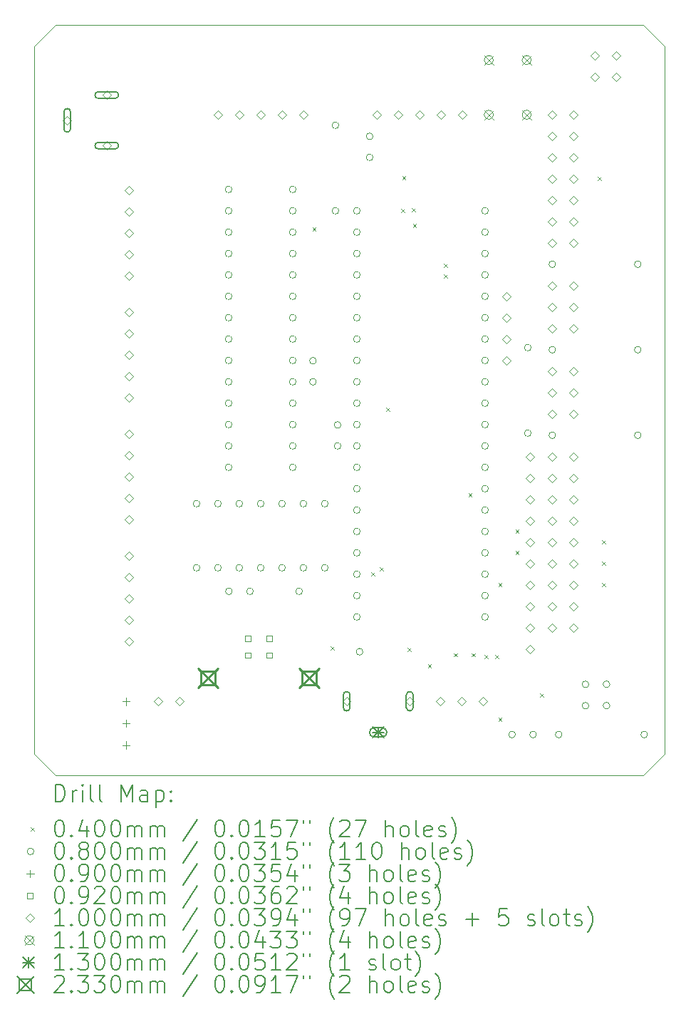
<source format=gbr>
%FSLAX45Y45*%
G04 Gerber Fmt 4.5, Leading zero omitted, Abs format (unit mm)*
G04 Created by KiCad (PCBNEW 5.99.0-unknown-3b7f5a3db7~131~ubuntu20.04.1) date 2021-09-21 00:43:22*
%MOMM*%
%LPD*%
G01*
G04 APERTURE LIST*
%TA.AperFunction,Profile*%
%ADD10C,0.050000*%
%TD*%
%ADD11C,0.200000*%
%ADD12C,0.040000*%
%ADD13C,0.080000*%
%ADD14C,0.090000*%
%ADD15C,0.092000*%
%ADD16C,0.100000*%
%ADD17C,0.110000*%
%ADD18C,0.130000*%
%ADD19C,0.233000*%
G04 APERTURE END LIST*
D10*
X6654800Y-13690600D02*
X6654800Y-5283200D01*
X6654800Y-13690600D02*
X6908800Y-13944600D01*
X14147800Y-5283200D02*
X14147800Y-13690600D01*
X6908800Y-5029200D02*
X6654800Y-5283200D01*
X13893800Y-13944600D02*
X14147800Y-13690600D01*
X6908800Y-5029200D02*
X13893800Y-5029200D01*
X14147800Y-5283200D02*
X13893800Y-5029200D01*
X13893800Y-13944600D02*
X6908800Y-13944600D01*
D11*
D12*
X9962200Y-7434900D02*
X10002200Y-7474900D01*
X10002200Y-7434900D02*
X9962200Y-7474900D01*
X10178100Y-12413300D02*
X10218100Y-12453300D01*
X10218100Y-12413300D02*
X10178100Y-12453300D01*
X10660700Y-11537000D02*
X10700700Y-11577000D01*
X10700700Y-11537000D02*
X10660700Y-11577000D01*
X10762300Y-11473500D02*
X10802300Y-11513500D01*
X10802300Y-11473500D02*
X10762300Y-11513500D01*
X10838500Y-9581200D02*
X10878500Y-9621200D01*
X10878500Y-9581200D02*
X10838500Y-9621200D01*
X11016300Y-7219000D02*
X11056300Y-7259000D01*
X11056300Y-7219000D02*
X11016300Y-7259000D01*
X11029000Y-6825300D02*
X11069000Y-6865300D01*
X11069000Y-6825300D02*
X11029000Y-6865300D01*
X11092500Y-12431080D02*
X11132500Y-12471080D01*
X11132500Y-12431080D02*
X11092500Y-12471080D01*
X11143300Y-7206300D02*
X11183300Y-7246300D01*
X11183300Y-7206300D02*
X11143300Y-7246300D01*
X11156282Y-7396800D02*
X11196282Y-7436800D01*
X11196282Y-7396800D02*
X11156282Y-7436800D01*
X11333800Y-12629200D02*
X11373800Y-12669200D01*
X11373800Y-12629200D02*
X11333800Y-12669200D01*
X11524300Y-7866700D02*
X11564300Y-7906700D01*
X11564300Y-7866700D02*
X11524300Y-7906700D01*
X11524300Y-7993700D02*
X11564300Y-8033700D01*
X11564300Y-7993700D02*
X11524300Y-8033700D01*
X11642410Y-12494580D02*
X11682410Y-12534580D01*
X11682410Y-12494580D02*
X11642410Y-12534580D01*
X11816400Y-10597200D02*
X11856400Y-10637200D01*
X11856400Y-10597200D02*
X11816400Y-10637200D01*
X11854500Y-12494580D02*
X11894500Y-12534580D01*
X11894500Y-12494580D02*
X11854500Y-12534580D01*
X12006900Y-12514900D02*
X12046900Y-12554900D01*
X12046900Y-12514900D02*
X12006900Y-12554900D01*
X12133900Y-12514900D02*
X12173900Y-12554900D01*
X12173900Y-12514900D02*
X12133900Y-12554900D01*
X12172000Y-11664000D02*
X12212000Y-11704000D01*
X12212000Y-11664000D02*
X12172000Y-11704000D01*
X12172000Y-13264200D02*
X12212000Y-13304200D01*
X12212000Y-13264200D02*
X12172000Y-13304200D01*
X12375200Y-11029000D02*
X12415200Y-11069000D01*
X12415200Y-11029000D02*
X12375200Y-11069000D01*
X12375200Y-11283000D02*
X12415200Y-11323000D01*
X12415200Y-11283000D02*
X12375200Y-11323000D01*
X12667300Y-12972100D02*
X12707300Y-13012100D01*
X12707300Y-12972100D02*
X12667300Y-13012100D01*
X13353100Y-6838000D02*
X13393100Y-6878000D01*
X13393100Y-6838000D02*
X13353100Y-6878000D01*
X13403900Y-11156000D02*
X13443900Y-11196000D01*
X13443900Y-11156000D02*
X13403900Y-11196000D01*
X13403900Y-11410000D02*
X13443900Y-11450000D01*
X13443900Y-11410000D02*
X13403900Y-11450000D01*
X13403900Y-11664000D02*
X13443900Y-11704000D01*
X13443900Y-11664000D02*
X13403900Y-11704000D01*
D13*
X8625200Y-10718800D02*
G75*
G03*
X8625200Y-10718800I-40000J0D01*
G01*
X8625200Y-11480800D02*
G75*
G03*
X8625200Y-11480800I-40000J0D01*
G01*
X8879200Y-10718800D02*
G75*
G03*
X8879200Y-10718800I-40000J0D01*
G01*
X8879200Y-11480800D02*
G75*
G03*
X8879200Y-11480800I-40000J0D01*
G01*
X9006200Y-6985000D02*
G75*
G03*
X9006200Y-6985000I-40000J0D01*
G01*
X9006200Y-7239000D02*
G75*
G03*
X9006200Y-7239000I-40000J0D01*
G01*
X9006200Y-7493000D02*
G75*
G03*
X9006200Y-7493000I-40000J0D01*
G01*
X9006200Y-7747000D02*
G75*
G03*
X9006200Y-7747000I-40000J0D01*
G01*
X9006200Y-8001000D02*
G75*
G03*
X9006200Y-8001000I-40000J0D01*
G01*
X9006200Y-8255000D02*
G75*
G03*
X9006200Y-8255000I-40000J0D01*
G01*
X9006200Y-8509000D02*
G75*
G03*
X9006200Y-8509000I-40000J0D01*
G01*
X9006200Y-8763000D02*
G75*
G03*
X9006200Y-8763000I-40000J0D01*
G01*
X9006200Y-9017000D02*
G75*
G03*
X9006200Y-9017000I-40000J0D01*
G01*
X9006200Y-9271000D02*
G75*
G03*
X9006200Y-9271000I-40000J0D01*
G01*
X9006200Y-9525000D02*
G75*
G03*
X9006200Y-9525000I-40000J0D01*
G01*
X9006200Y-9779000D02*
G75*
G03*
X9006200Y-9779000I-40000J0D01*
G01*
X9006200Y-10033000D02*
G75*
G03*
X9006200Y-10033000I-40000J0D01*
G01*
X9006200Y-10287000D02*
G75*
G03*
X9006200Y-10287000I-40000J0D01*
G01*
X9010200Y-11760200D02*
G75*
G03*
X9010200Y-11760200I-40000J0D01*
G01*
X9133200Y-10718800D02*
G75*
G03*
X9133200Y-10718800I-40000J0D01*
G01*
X9133200Y-11480800D02*
G75*
G03*
X9133200Y-11480800I-40000J0D01*
G01*
X9260200Y-11760200D02*
G75*
G03*
X9260200Y-11760200I-40000J0D01*
G01*
X9387200Y-10718800D02*
G75*
G03*
X9387200Y-10718800I-40000J0D01*
G01*
X9387200Y-11480800D02*
G75*
G03*
X9387200Y-11480800I-40000J0D01*
G01*
X9641200Y-10718800D02*
G75*
G03*
X9641200Y-10718800I-40000J0D01*
G01*
X9641200Y-11480800D02*
G75*
G03*
X9641200Y-11480800I-40000J0D01*
G01*
X9768200Y-6985000D02*
G75*
G03*
X9768200Y-6985000I-40000J0D01*
G01*
X9768200Y-7239000D02*
G75*
G03*
X9768200Y-7239000I-40000J0D01*
G01*
X9768200Y-7493000D02*
G75*
G03*
X9768200Y-7493000I-40000J0D01*
G01*
X9768200Y-7747000D02*
G75*
G03*
X9768200Y-7747000I-40000J0D01*
G01*
X9768200Y-8001000D02*
G75*
G03*
X9768200Y-8001000I-40000J0D01*
G01*
X9768200Y-8255000D02*
G75*
G03*
X9768200Y-8255000I-40000J0D01*
G01*
X9768200Y-8509000D02*
G75*
G03*
X9768200Y-8509000I-40000J0D01*
G01*
X9768200Y-8763000D02*
G75*
G03*
X9768200Y-8763000I-40000J0D01*
G01*
X9768200Y-9017000D02*
G75*
G03*
X9768200Y-9017000I-40000J0D01*
G01*
X9768200Y-9271000D02*
G75*
G03*
X9768200Y-9271000I-40000J0D01*
G01*
X9768200Y-9525000D02*
G75*
G03*
X9768200Y-9525000I-40000J0D01*
G01*
X9768200Y-9779000D02*
G75*
G03*
X9768200Y-9779000I-40000J0D01*
G01*
X9768200Y-10033000D02*
G75*
G03*
X9768200Y-10033000I-40000J0D01*
G01*
X9768200Y-10287000D02*
G75*
G03*
X9768200Y-10287000I-40000J0D01*
G01*
X9844400Y-11760200D02*
G75*
G03*
X9844400Y-11760200I-40000J0D01*
G01*
X9895200Y-10718800D02*
G75*
G03*
X9895200Y-10718800I-40000J0D01*
G01*
X9895200Y-11480800D02*
G75*
G03*
X9895200Y-11480800I-40000J0D01*
G01*
X10009500Y-9021000D02*
G75*
G03*
X10009500Y-9021000I-40000J0D01*
G01*
X10009500Y-9271000D02*
G75*
G03*
X10009500Y-9271000I-40000J0D01*
G01*
X10149200Y-10718800D02*
G75*
G03*
X10149200Y-10718800I-40000J0D01*
G01*
X10149200Y-11480800D02*
G75*
G03*
X10149200Y-11480800I-40000J0D01*
G01*
X10276200Y-6223000D02*
G75*
G03*
X10276200Y-6223000I-40000J0D01*
G01*
X10276200Y-7239000D02*
G75*
G03*
X10276200Y-7239000I-40000J0D01*
G01*
X10301600Y-9783000D02*
G75*
G03*
X10301600Y-9783000I-40000J0D01*
G01*
X10301600Y-10033000D02*
G75*
G03*
X10301600Y-10033000I-40000J0D01*
G01*
X10530200Y-7239000D02*
G75*
G03*
X10530200Y-7239000I-40000J0D01*
G01*
X10530200Y-7493000D02*
G75*
G03*
X10530200Y-7493000I-40000J0D01*
G01*
X10530200Y-7747000D02*
G75*
G03*
X10530200Y-7747000I-40000J0D01*
G01*
X10530200Y-8001000D02*
G75*
G03*
X10530200Y-8001000I-40000J0D01*
G01*
X10530200Y-8255000D02*
G75*
G03*
X10530200Y-8255000I-40000J0D01*
G01*
X10530200Y-8509000D02*
G75*
G03*
X10530200Y-8509000I-40000J0D01*
G01*
X10530200Y-8763000D02*
G75*
G03*
X10530200Y-8763000I-40000J0D01*
G01*
X10530200Y-9017000D02*
G75*
G03*
X10530200Y-9017000I-40000J0D01*
G01*
X10530200Y-9271000D02*
G75*
G03*
X10530200Y-9271000I-40000J0D01*
G01*
X10530200Y-9525000D02*
G75*
G03*
X10530200Y-9525000I-40000J0D01*
G01*
X10530200Y-9779000D02*
G75*
G03*
X10530200Y-9779000I-40000J0D01*
G01*
X10530200Y-10033000D02*
G75*
G03*
X10530200Y-10033000I-40000J0D01*
G01*
X10530200Y-10287000D02*
G75*
G03*
X10530200Y-10287000I-40000J0D01*
G01*
X10530200Y-10541000D02*
G75*
G03*
X10530200Y-10541000I-40000J0D01*
G01*
X10530200Y-10795000D02*
G75*
G03*
X10530200Y-10795000I-40000J0D01*
G01*
X10530200Y-11049000D02*
G75*
G03*
X10530200Y-11049000I-40000J0D01*
G01*
X10530200Y-11303000D02*
G75*
G03*
X10530200Y-11303000I-40000J0D01*
G01*
X10530200Y-11557000D02*
G75*
G03*
X10530200Y-11557000I-40000J0D01*
G01*
X10530200Y-11811000D02*
G75*
G03*
X10530200Y-11811000I-40000J0D01*
G01*
X10530200Y-12065000D02*
G75*
G03*
X10530200Y-12065000I-40000J0D01*
G01*
X10562821Y-12478620D02*
G75*
G03*
X10562821Y-12478620I-40000J0D01*
G01*
X10682600Y-6354000D02*
G75*
G03*
X10682600Y-6354000I-40000J0D01*
G01*
X10682600Y-6604000D02*
G75*
G03*
X10682600Y-6604000I-40000J0D01*
G01*
X12054200Y-7239000D02*
G75*
G03*
X12054200Y-7239000I-40000J0D01*
G01*
X12054200Y-7493000D02*
G75*
G03*
X12054200Y-7493000I-40000J0D01*
G01*
X12054200Y-7747000D02*
G75*
G03*
X12054200Y-7747000I-40000J0D01*
G01*
X12054200Y-8001000D02*
G75*
G03*
X12054200Y-8001000I-40000J0D01*
G01*
X12054200Y-8255000D02*
G75*
G03*
X12054200Y-8255000I-40000J0D01*
G01*
X12054200Y-8509000D02*
G75*
G03*
X12054200Y-8509000I-40000J0D01*
G01*
X12054200Y-8763000D02*
G75*
G03*
X12054200Y-8763000I-40000J0D01*
G01*
X12054200Y-9017000D02*
G75*
G03*
X12054200Y-9017000I-40000J0D01*
G01*
X12054200Y-9271000D02*
G75*
G03*
X12054200Y-9271000I-40000J0D01*
G01*
X12054200Y-9525000D02*
G75*
G03*
X12054200Y-9525000I-40000J0D01*
G01*
X12054200Y-9779000D02*
G75*
G03*
X12054200Y-9779000I-40000J0D01*
G01*
X12054200Y-10033000D02*
G75*
G03*
X12054200Y-10033000I-40000J0D01*
G01*
X12054200Y-10287000D02*
G75*
G03*
X12054200Y-10287000I-40000J0D01*
G01*
X12054200Y-10541000D02*
G75*
G03*
X12054200Y-10541000I-40000J0D01*
G01*
X12054200Y-10795000D02*
G75*
G03*
X12054200Y-10795000I-40000J0D01*
G01*
X12054200Y-11049000D02*
G75*
G03*
X12054200Y-11049000I-40000J0D01*
G01*
X12054200Y-11303000D02*
G75*
G03*
X12054200Y-11303000I-40000J0D01*
G01*
X12054200Y-11557000D02*
G75*
G03*
X12054200Y-11557000I-40000J0D01*
G01*
X12054200Y-11811000D02*
G75*
G03*
X12054200Y-11811000I-40000J0D01*
G01*
X12054200Y-12065000D02*
G75*
G03*
X12054200Y-12065000I-40000J0D01*
G01*
X12375700Y-13462000D02*
G75*
G03*
X12375700Y-13462000I-40000J0D01*
G01*
X12562200Y-8864600D02*
G75*
G03*
X12562200Y-8864600I-40000J0D01*
G01*
X12562200Y-9880600D02*
G75*
G03*
X12562200Y-9880600I-40000J0D01*
G01*
X12625700Y-13462000D02*
G75*
G03*
X12625700Y-13462000I-40000J0D01*
G01*
X12854300Y-7874000D02*
G75*
G03*
X12854300Y-7874000I-40000J0D01*
G01*
X12854300Y-8890000D02*
G75*
G03*
X12854300Y-8890000I-40000J0D01*
G01*
X12854300Y-9906000D02*
G75*
G03*
X12854300Y-9906000I-40000J0D01*
G01*
X12930500Y-13462000D02*
G75*
G03*
X12930500Y-13462000I-40000J0D01*
G01*
X13248000Y-12865100D02*
G75*
G03*
X13248000Y-12865100I-40000J0D01*
G01*
X13248000Y-13119100D02*
G75*
G03*
X13248000Y-13119100I-40000J0D01*
G01*
X13498000Y-12865100D02*
G75*
G03*
X13498000Y-12865100I-40000J0D01*
G01*
X13498000Y-13119100D02*
G75*
G03*
X13498000Y-13119100I-40000J0D01*
G01*
X13870300Y-7874000D02*
G75*
G03*
X13870300Y-7874000I-40000J0D01*
G01*
X13870300Y-8890000D02*
G75*
G03*
X13870300Y-8890000I-40000J0D01*
G01*
X13870300Y-9906000D02*
G75*
G03*
X13870300Y-9906000I-40000J0D01*
G01*
X13946500Y-13462000D02*
G75*
G03*
X13946500Y-13462000I-40000J0D01*
G01*
D14*
X7747000Y-13024000D02*
X7747000Y-13114000D01*
X7702000Y-13069000D02*
X7792000Y-13069000D01*
X7747000Y-13284000D02*
X7747000Y-13374000D01*
X7702000Y-13329000D02*
X7792000Y-13329000D01*
X7747000Y-13544000D02*
X7747000Y-13634000D01*
X7702000Y-13589000D02*
X7792000Y-13589000D01*
D15*
X9231327Y-12351527D02*
X9231327Y-12286473D01*
X9166273Y-12286473D01*
X9166273Y-12351527D01*
X9231327Y-12351527D01*
X9231327Y-12551527D02*
X9231327Y-12486473D01*
X9166273Y-12486473D01*
X9166273Y-12551527D01*
X9231327Y-12551527D01*
X9481327Y-12351527D02*
X9481327Y-12286473D01*
X9416273Y-12286473D01*
X9416273Y-12351527D01*
X9481327Y-12351527D01*
X9481327Y-12551527D02*
X9481327Y-12486473D01*
X9416273Y-12486473D01*
X9416273Y-12551527D01*
X9481327Y-12551527D01*
D16*
X7048400Y-6214300D02*
X7098400Y-6164300D01*
X7048400Y-6114300D01*
X6998400Y-6164300D01*
X7048400Y-6214300D01*
D11*
X7008400Y-6064300D02*
X7008400Y-6264300D01*
X7088400Y-6064300D02*
X7088400Y-6264300D01*
X7008400Y-6264300D02*
G75*
G03*
X7088400Y-6264300I40000J0D01*
G01*
X7088400Y-6064300D02*
G75*
G03*
X7008400Y-6064300I-40000J0D01*
G01*
D16*
X7518400Y-5914300D02*
X7568400Y-5864300D01*
X7518400Y-5814300D01*
X7468400Y-5864300D01*
X7518400Y-5914300D01*
D11*
X7618400Y-5824300D02*
X7418400Y-5824300D01*
X7618400Y-5904300D02*
X7418400Y-5904300D01*
X7418400Y-5824300D02*
G75*
G03*
X7418400Y-5904300I0J-40000D01*
G01*
X7618400Y-5904300D02*
G75*
G03*
X7618400Y-5824300I0J40000D01*
G01*
D16*
X7518400Y-6514300D02*
X7568400Y-6464300D01*
X7518400Y-6414300D01*
X7468400Y-6464300D01*
X7518400Y-6514300D01*
D11*
X7618400Y-6424300D02*
X7418400Y-6424300D01*
X7618400Y-6504300D02*
X7418400Y-6504300D01*
X7418400Y-6424300D02*
G75*
G03*
X7418400Y-6504300I0J-40000D01*
G01*
X7618400Y-6504300D02*
G75*
G03*
X7618400Y-6424300I0J40000D01*
G01*
D16*
X7785100Y-7047700D02*
X7835100Y-6997700D01*
X7785100Y-6947700D01*
X7735100Y-6997700D01*
X7785100Y-7047700D01*
X7785100Y-7301700D02*
X7835100Y-7251700D01*
X7785100Y-7201700D01*
X7735100Y-7251700D01*
X7785100Y-7301700D01*
X7785100Y-7555700D02*
X7835100Y-7505700D01*
X7785100Y-7455700D01*
X7735100Y-7505700D01*
X7785100Y-7555700D01*
X7785100Y-7809700D02*
X7835100Y-7759700D01*
X7785100Y-7709700D01*
X7735100Y-7759700D01*
X7785100Y-7809700D01*
X7785100Y-8063700D02*
X7835100Y-8013700D01*
X7785100Y-7963700D01*
X7735100Y-8013700D01*
X7785100Y-8063700D01*
X7785100Y-8495500D02*
X7835100Y-8445500D01*
X7785100Y-8395500D01*
X7735100Y-8445500D01*
X7785100Y-8495500D01*
X7785100Y-8749500D02*
X7835100Y-8699500D01*
X7785100Y-8649500D01*
X7735100Y-8699500D01*
X7785100Y-8749500D01*
X7785100Y-9003500D02*
X7835100Y-8953500D01*
X7785100Y-8903500D01*
X7735100Y-8953500D01*
X7785100Y-9003500D01*
X7785100Y-9257500D02*
X7835100Y-9207500D01*
X7785100Y-9157500D01*
X7735100Y-9207500D01*
X7785100Y-9257500D01*
X7785100Y-9511500D02*
X7835100Y-9461500D01*
X7785100Y-9411500D01*
X7735100Y-9461500D01*
X7785100Y-9511500D01*
X7785100Y-9943300D02*
X7835100Y-9893300D01*
X7785100Y-9843300D01*
X7735100Y-9893300D01*
X7785100Y-9943300D01*
X7785100Y-10197300D02*
X7835100Y-10147300D01*
X7785100Y-10097300D01*
X7735100Y-10147300D01*
X7785100Y-10197300D01*
X7785100Y-10451300D02*
X7835100Y-10401300D01*
X7785100Y-10351300D01*
X7735100Y-10401300D01*
X7785100Y-10451300D01*
X7785100Y-10705300D02*
X7835100Y-10655300D01*
X7785100Y-10605300D01*
X7735100Y-10655300D01*
X7785100Y-10705300D01*
X7785100Y-10959300D02*
X7835100Y-10909300D01*
X7785100Y-10859300D01*
X7735100Y-10909300D01*
X7785100Y-10959300D01*
X7785100Y-11391100D02*
X7835100Y-11341100D01*
X7785100Y-11291100D01*
X7735100Y-11341100D01*
X7785100Y-11391100D01*
X7785100Y-11645100D02*
X7835100Y-11595100D01*
X7785100Y-11545100D01*
X7735100Y-11595100D01*
X7785100Y-11645100D01*
X7785100Y-11899100D02*
X7835100Y-11849100D01*
X7785100Y-11799100D01*
X7735100Y-11849100D01*
X7785100Y-11899100D01*
X7785100Y-12153100D02*
X7835100Y-12103100D01*
X7785100Y-12053100D01*
X7735100Y-12103100D01*
X7785100Y-12153100D01*
X7785100Y-12407100D02*
X7835100Y-12357100D01*
X7785100Y-12307100D01*
X7735100Y-12357100D01*
X7785100Y-12407100D01*
X8128000Y-13118300D02*
X8178000Y-13068300D01*
X8128000Y-13018300D01*
X8078000Y-13068300D01*
X8128000Y-13118300D01*
X8382000Y-13118300D02*
X8432000Y-13068300D01*
X8382000Y-13018300D01*
X8332000Y-13068300D01*
X8382000Y-13118300D01*
X8839200Y-6146000D02*
X8889200Y-6096000D01*
X8839200Y-6046000D01*
X8789200Y-6096000D01*
X8839200Y-6146000D01*
X9093200Y-6146000D02*
X9143200Y-6096000D01*
X9093200Y-6046000D01*
X9043200Y-6096000D01*
X9093200Y-6146000D01*
X9347200Y-6146000D02*
X9397200Y-6096000D01*
X9347200Y-6046000D01*
X9297200Y-6096000D01*
X9347200Y-6146000D01*
X9601200Y-6146000D02*
X9651200Y-6096000D01*
X9601200Y-6046000D01*
X9551200Y-6096000D01*
X9601200Y-6146000D01*
X9855200Y-6146000D02*
X9905200Y-6096000D01*
X9855200Y-6046000D01*
X9805200Y-6096000D01*
X9855200Y-6146000D01*
X10369200Y-13116600D02*
X10419200Y-13066600D01*
X10369200Y-13016600D01*
X10319200Y-13066600D01*
X10369200Y-13116600D01*
D11*
X10329200Y-12991600D02*
X10329200Y-13141600D01*
X10409200Y-12991600D02*
X10409200Y-13141600D01*
X10329200Y-13141600D02*
G75*
G03*
X10409200Y-13141600I40000J0D01*
G01*
X10409200Y-12991600D02*
G75*
G03*
X10329200Y-12991600I-40000J0D01*
G01*
D16*
X10731500Y-6146000D02*
X10781500Y-6096000D01*
X10731500Y-6046000D01*
X10681500Y-6096000D01*
X10731500Y-6146000D01*
X10985500Y-6146000D02*
X11035500Y-6096000D01*
X10985500Y-6046000D01*
X10935500Y-6096000D01*
X10985500Y-6146000D01*
X11119200Y-13116600D02*
X11169200Y-13066600D01*
X11119200Y-13016600D01*
X11069200Y-13066600D01*
X11119200Y-13116600D01*
D11*
X11079200Y-12991600D02*
X11079200Y-13141600D01*
X11159200Y-12991600D02*
X11159200Y-13141600D01*
X11079200Y-13141600D02*
G75*
G03*
X11159200Y-13141600I40000J0D01*
G01*
X11159200Y-12991600D02*
G75*
G03*
X11079200Y-12991600I-40000J0D01*
G01*
D16*
X11239500Y-6146000D02*
X11289500Y-6096000D01*
X11239500Y-6046000D01*
X11189500Y-6096000D01*
X11239500Y-6146000D01*
X11480800Y-13118300D02*
X11530800Y-13068300D01*
X11480800Y-13018300D01*
X11430800Y-13068300D01*
X11480800Y-13118300D01*
X11493500Y-6146000D02*
X11543500Y-6096000D01*
X11493500Y-6046000D01*
X11443500Y-6096000D01*
X11493500Y-6146000D01*
X11734800Y-13118300D02*
X11784800Y-13068300D01*
X11734800Y-13018300D01*
X11684800Y-13068300D01*
X11734800Y-13118300D01*
X11747500Y-6146000D02*
X11797500Y-6096000D01*
X11747500Y-6046000D01*
X11697500Y-6096000D01*
X11747500Y-6146000D01*
X11988800Y-13118300D02*
X12038800Y-13068300D01*
X11988800Y-13018300D01*
X11938800Y-13068300D01*
X11988800Y-13118300D01*
X12268200Y-8305000D02*
X12318200Y-8255000D01*
X12268200Y-8205000D01*
X12218200Y-8255000D01*
X12268200Y-8305000D01*
X12268200Y-8559000D02*
X12318200Y-8509000D01*
X12268200Y-8459000D01*
X12218200Y-8509000D01*
X12268200Y-8559000D01*
X12268200Y-8813000D02*
X12318200Y-8763000D01*
X12268200Y-8713000D01*
X12218200Y-8763000D01*
X12268200Y-8813000D01*
X12268200Y-9067000D02*
X12318200Y-9017000D01*
X12268200Y-8967000D01*
X12218200Y-9017000D01*
X12268200Y-9067000D01*
X12547600Y-10210000D02*
X12597600Y-10160000D01*
X12547600Y-10110000D01*
X12497600Y-10160000D01*
X12547600Y-10210000D01*
X12547600Y-10464000D02*
X12597600Y-10414000D01*
X12547600Y-10364000D01*
X12497600Y-10414000D01*
X12547600Y-10464000D01*
X12547600Y-10718000D02*
X12597600Y-10668000D01*
X12547600Y-10618000D01*
X12497600Y-10668000D01*
X12547600Y-10718000D01*
X12547600Y-10972000D02*
X12597600Y-10922000D01*
X12547600Y-10872000D01*
X12497600Y-10922000D01*
X12547600Y-10972000D01*
X12547600Y-11226000D02*
X12597600Y-11176000D01*
X12547600Y-11126000D01*
X12497600Y-11176000D01*
X12547600Y-11226000D01*
X12547600Y-11480000D02*
X12597600Y-11430000D01*
X12547600Y-11380000D01*
X12497600Y-11430000D01*
X12547600Y-11480000D01*
X12547600Y-11734000D02*
X12597600Y-11684000D01*
X12547600Y-11634000D01*
X12497600Y-11684000D01*
X12547600Y-11734000D01*
X12547600Y-11988000D02*
X12597600Y-11938000D01*
X12547600Y-11888000D01*
X12497600Y-11938000D01*
X12547600Y-11988000D01*
X12547600Y-12242000D02*
X12597600Y-12192000D01*
X12547600Y-12142000D01*
X12497600Y-12192000D01*
X12547600Y-12242000D01*
X12547600Y-12496000D02*
X12597600Y-12446000D01*
X12547600Y-12396000D01*
X12497600Y-12446000D01*
X12547600Y-12496000D01*
X12814300Y-6146000D02*
X12864300Y-6096000D01*
X12814300Y-6046000D01*
X12764300Y-6096000D01*
X12814300Y-6146000D01*
X12814300Y-6400000D02*
X12864300Y-6350000D01*
X12814300Y-6300000D01*
X12764300Y-6350000D01*
X12814300Y-6400000D01*
X12814300Y-6654000D02*
X12864300Y-6604000D01*
X12814300Y-6554000D01*
X12764300Y-6604000D01*
X12814300Y-6654000D01*
X12814300Y-6908000D02*
X12864300Y-6858000D01*
X12814300Y-6808000D01*
X12764300Y-6858000D01*
X12814300Y-6908000D01*
X12814300Y-7162000D02*
X12864300Y-7112000D01*
X12814300Y-7062000D01*
X12764300Y-7112000D01*
X12814300Y-7162000D01*
X12814300Y-7416000D02*
X12864300Y-7366000D01*
X12814300Y-7316000D01*
X12764300Y-7366000D01*
X12814300Y-7416000D01*
X12814300Y-7670000D02*
X12864300Y-7620000D01*
X12814300Y-7570000D01*
X12764300Y-7620000D01*
X12814300Y-7670000D01*
X12814300Y-8178000D02*
X12864300Y-8128000D01*
X12814300Y-8078000D01*
X12764300Y-8128000D01*
X12814300Y-8178000D01*
X12814300Y-8432000D02*
X12864300Y-8382000D01*
X12814300Y-8332000D01*
X12764300Y-8382000D01*
X12814300Y-8432000D01*
X12814300Y-8686000D02*
X12864300Y-8636000D01*
X12814300Y-8586000D01*
X12764300Y-8636000D01*
X12814300Y-8686000D01*
X12814300Y-9194000D02*
X12864300Y-9144000D01*
X12814300Y-9094000D01*
X12764300Y-9144000D01*
X12814300Y-9194000D01*
X12814300Y-9448000D02*
X12864300Y-9398000D01*
X12814300Y-9348000D01*
X12764300Y-9398000D01*
X12814300Y-9448000D01*
X12814300Y-9702000D02*
X12864300Y-9652000D01*
X12814300Y-9602000D01*
X12764300Y-9652000D01*
X12814300Y-9702000D01*
X12814300Y-10210000D02*
X12864300Y-10160000D01*
X12814300Y-10110000D01*
X12764300Y-10160000D01*
X12814300Y-10210000D01*
X12814300Y-10464000D02*
X12864300Y-10414000D01*
X12814300Y-10364000D01*
X12764300Y-10414000D01*
X12814300Y-10464000D01*
X12814300Y-10718000D02*
X12864300Y-10668000D01*
X12814300Y-10618000D01*
X12764300Y-10668000D01*
X12814300Y-10718000D01*
X12814300Y-10972000D02*
X12864300Y-10922000D01*
X12814300Y-10872000D01*
X12764300Y-10922000D01*
X12814300Y-10972000D01*
X12814300Y-11226000D02*
X12864300Y-11176000D01*
X12814300Y-11126000D01*
X12764300Y-11176000D01*
X12814300Y-11226000D01*
X12814300Y-11480000D02*
X12864300Y-11430000D01*
X12814300Y-11380000D01*
X12764300Y-11430000D01*
X12814300Y-11480000D01*
X12814300Y-11734000D02*
X12864300Y-11684000D01*
X12814300Y-11634000D01*
X12764300Y-11684000D01*
X12814300Y-11734000D01*
X12814300Y-11988000D02*
X12864300Y-11938000D01*
X12814300Y-11888000D01*
X12764300Y-11938000D01*
X12814300Y-11988000D01*
X12814300Y-12242000D02*
X12864300Y-12192000D01*
X12814300Y-12142000D01*
X12764300Y-12192000D01*
X12814300Y-12242000D01*
X13068300Y-6146000D02*
X13118300Y-6096000D01*
X13068300Y-6046000D01*
X13018300Y-6096000D01*
X13068300Y-6146000D01*
X13068300Y-6400000D02*
X13118300Y-6350000D01*
X13068300Y-6300000D01*
X13018300Y-6350000D01*
X13068300Y-6400000D01*
X13068300Y-6654000D02*
X13118300Y-6604000D01*
X13068300Y-6554000D01*
X13018300Y-6604000D01*
X13068300Y-6654000D01*
X13068300Y-6908000D02*
X13118300Y-6858000D01*
X13068300Y-6808000D01*
X13018300Y-6858000D01*
X13068300Y-6908000D01*
X13068300Y-7162000D02*
X13118300Y-7112000D01*
X13068300Y-7062000D01*
X13018300Y-7112000D01*
X13068300Y-7162000D01*
X13068300Y-7416000D02*
X13118300Y-7366000D01*
X13068300Y-7316000D01*
X13018300Y-7366000D01*
X13068300Y-7416000D01*
X13068300Y-7670000D02*
X13118300Y-7620000D01*
X13068300Y-7570000D01*
X13018300Y-7620000D01*
X13068300Y-7670000D01*
X13068300Y-8178000D02*
X13118300Y-8128000D01*
X13068300Y-8078000D01*
X13018300Y-8128000D01*
X13068300Y-8178000D01*
X13068300Y-8432000D02*
X13118300Y-8382000D01*
X13068300Y-8332000D01*
X13018300Y-8382000D01*
X13068300Y-8432000D01*
X13068300Y-8686000D02*
X13118300Y-8636000D01*
X13068300Y-8586000D01*
X13018300Y-8636000D01*
X13068300Y-8686000D01*
X13068300Y-9194000D02*
X13118300Y-9144000D01*
X13068300Y-9094000D01*
X13018300Y-9144000D01*
X13068300Y-9194000D01*
X13068300Y-9448000D02*
X13118300Y-9398000D01*
X13068300Y-9348000D01*
X13018300Y-9398000D01*
X13068300Y-9448000D01*
X13068300Y-9702000D02*
X13118300Y-9652000D01*
X13068300Y-9602000D01*
X13018300Y-9652000D01*
X13068300Y-9702000D01*
X13068300Y-10210000D02*
X13118300Y-10160000D01*
X13068300Y-10110000D01*
X13018300Y-10160000D01*
X13068300Y-10210000D01*
X13068300Y-10464000D02*
X13118300Y-10414000D01*
X13068300Y-10364000D01*
X13018300Y-10414000D01*
X13068300Y-10464000D01*
X13068300Y-10718000D02*
X13118300Y-10668000D01*
X13068300Y-10618000D01*
X13018300Y-10668000D01*
X13068300Y-10718000D01*
X13068300Y-10972000D02*
X13118300Y-10922000D01*
X13068300Y-10872000D01*
X13018300Y-10922000D01*
X13068300Y-10972000D01*
X13068300Y-11226000D02*
X13118300Y-11176000D01*
X13068300Y-11126000D01*
X13018300Y-11176000D01*
X13068300Y-11226000D01*
X13068300Y-11480000D02*
X13118300Y-11430000D01*
X13068300Y-11380000D01*
X13018300Y-11430000D01*
X13068300Y-11480000D01*
X13068300Y-11734000D02*
X13118300Y-11684000D01*
X13068300Y-11634000D01*
X13018300Y-11684000D01*
X13068300Y-11734000D01*
X13068300Y-11988000D02*
X13118300Y-11938000D01*
X13068300Y-11888000D01*
X13018300Y-11938000D01*
X13068300Y-11988000D01*
X13068300Y-12242000D02*
X13118300Y-12192000D01*
X13068300Y-12142000D01*
X13018300Y-12192000D01*
X13068300Y-12242000D01*
X13322300Y-5447500D02*
X13372300Y-5397500D01*
X13322300Y-5347500D01*
X13272300Y-5397500D01*
X13322300Y-5447500D01*
X13322300Y-5701500D02*
X13372300Y-5651500D01*
X13322300Y-5601500D01*
X13272300Y-5651500D01*
X13322300Y-5701500D01*
X13576300Y-5447500D02*
X13626300Y-5397500D01*
X13576300Y-5347500D01*
X13526300Y-5397500D01*
X13576300Y-5447500D01*
X13576300Y-5701500D02*
X13626300Y-5651500D01*
X13576300Y-5601500D01*
X13526300Y-5651500D01*
X13576300Y-5701500D01*
D17*
X12004500Y-5393300D02*
X12114500Y-5503300D01*
X12114500Y-5393300D02*
X12004500Y-5503300D01*
X12114500Y-5448300D02*
G75*
G03*
X12114500Y-5448300I-55000J0D01*
G01*
X12004500Y-6043300D02*
X12114500Y-6153300D01*
X12114500Y-6043300D02*
X12004500Y-6153300D01*
X12114500Y-6098300D02*
G75*
G03*
X12114500Y-6098300I-55000J0D01*
G01*
X12454500Y-5393300D02*
X12564500Y-5503300D01*
X12564500Y-5393300D02*
X12454500Y-5503300D01*
X12564500Y-5448300D02*
G75*
G03*
X12564500Y-5448300I-55000J0D01*
G01*
X12454500Y-6043300D02*
X12564500Y-6153300D01*
X12564500Y-6043300D02*
X12454500Y-6153300D01*
X12564500Y-6098300D02*
G75*
G03*
X12564500Y-6098300I-55000J0D01*
G01*
D18*
X10679200Y-13371600D02*
X10809200Y-13501600D01*
X10809200Y-13371600D02*
X10679200Y-13501600D01*
X10744200Y-13371600D02*
X10744200Y-13501600D01*
X10679200Y-13436600D02*
X10809200Y-13436600D01*
D11*
X10696700Y-13491600D02*
X10791700Y-13491600D01*
X10696700Y-13381600D02*
X10791700Y-13381600D01*
X10791700Y-13491600D02*
G75*
G03*
X10791700Y-13381600I0J55000D01*
G01*
X10696700Y-13381600D02*
G75*
G03*
X10696700Y-13491600I0J-55000D01*
G01*
D19*
X8605300Y-12673500D02*
X8838300Y-12906500D01*
X8838300Y-12673500D02*
X8605300Y-12906500D01*
X8804179Y-12872379D02*
X8804179Y-12707621D01*
X8639421Y-12707621D01*
X8639421Y-12872379D01*
X8804179Y-12872379D01*
X9809300Y-12673500D02*
X10042300Y-12906500D01*
X10042300Y-12673500D02*
X9809300Y-12906500D01*
X10008179Y-12872379D02*
X10008179Y-12707621D01*
X9843421Y-12707621D01*
X9843421Y-12872379D01*
X10008179Y-12872379D01*
D11*
X6909919Y-14257576D02*
X6909919Y-14057576D01*
X6957538Y-14057576D01*
X6986109Y-14067100D01*
X7005157Y-14086148D01*
X7014681Y-14105195D01*
X7024205Y-14143290D01*
X7024205Y-14171862D01*
X7014681Y-14209957D01*
X7005157Y-14229005D01*
X6986109Y-14248052D01*
X6957538Y-14257576D01*
X6909919Y-14257576D01*
X7109919Y-14257576D02*
X7109919Y-14124243D01*
X7109919Y-14162338D02*
X7119443Y-14143290D01*
X7128967Y-14133767D01*
X7148014Y-14124243D01*
X7167062Y-14124243D01*
X7233728Y-14257576D02*
X7233728Y-14124243D01*
X7233728Y-14057576D02*
X7224205Y-14067100D01*
X7233728Y-14076624D01*
X7243252Y-14067100D01*
X7233728Y-14057576D01*
X7233728Y-14076624D01*
X7357538Y-14257576D02*
X7338490Y-14248052D01*
X7328967Y-14229005D01*
X7328967Y-14057576D01*
X7462300Y-14257576D02*
X7443252Y-14248052D01*
X7433728Y-14229005D01*
X7433728Y-14057576D01*
X7690871Y-14257576D02*
X7690871Y-14057576D01*
X7757538Y-14200433D01*
X7824205Y-14057576D01*
X7824205Y-14257576D01*
X8005157Y-14257576D02*
X8005157Y-14152814D01*
X7995633Y-14133767D01*
X7976586Y-14124243D01*
X7938490Y-14124243D01*
X7919443Y-14133767D01*
X8005157Y-14248052D02*
X7986109Y-14257576D01*
X7938490Y-14257576D01*
X7919443Y-14248052D01*
X7909919Y-14229005D01*
X7909919Y-14209957D01*
X7919443Y-14190909D01*
X7938490Y-14181386D01*
X7986109Y-14181386D01*
X8005157Y-14171862D01*
X8100395Y-14124243D02*
X8100395Y-14324243D01*
X8100395Y-14133767D02*
X8119443Y-14124243D01*
X8157538Y-14124243D01*
X8176586Y-14133767D01*
X8186109Y-14143290D01*
X8195633Y-14162338D01*
X8195633Y-14219481D01*
X8186109Y-14238528D01*
X8176586Y-14248052D01*
X8157538Y-14257576D01*
X8119443Y-14257576D01*
X8100395Y-14248052D01*
X8281348Y-14238528D02*
X8290871Y-14248052D01*
X8281348Y-14257576D01*
X8271824Y-14248052D01*
X8281348Y-14238528D01*
X8281348Y-14257576D01*
X8281348Y-14133767D02*
X8290871Y-14143290D01*
X8281348Y-14152814D01*
X8271824Y-14143290D01*
X8281348Y-14133767D01*
X8281348Y-14152814D01*
D12*
X6612300Y-14567100D02*
X6652300Y-14607100D01*
X6652300Y-14567100D02*
X6612300Y-14607100D01*
D11*
X6948014Y-14477576D02*
X6967062Y-14477576D01*
X6986109Y-14487100D01*
X6995633Y-14496624D01*
X7005157Y-14515671D01*
X7014681Y-14553767D01*
X7014681Y-14601386D01*
X7005157Y-14639481D01*
X6995633Y-14658528D01*
X6986109Y-14668052D01*
X6967062Y-14677576D01*
X6948014Y-14677576D01*
X6928967Y-14668052D01*
X6919443Y-14658528D01*
X6909919Y-14639481D01*
X6900395Y-14601386D01*
X6900395Y-14553767D01*
X6909919Y-14515671D01*
X6919443Y-14496624D01*
X6928967Y-14487100D01*
X6948014Y-14477576D01*
X7100395Y-14658528D02*
X7109919Y-14668052D01*
X7100395Y-14677576D01*
X7090871Y-14668052D01*
X7100395Y-14658528D01*
X7100395Y-14677576D01*
X7281348Y-14544243D02*
X7281348Y-14677576D01*
X7233728Y-14468052D02*
X7186109Y-14610909D01*
X7309919Y-14610909D01*
X7424205Y-14477576D02*
X7443252Y-14477576D01*
X7462300Y-14487100D01*
X7471824Y-14496624D01*
X7481348Y-14515671D01*
X7490871Y-14553767D01*
X7490871Y-14601386D01*
X7481348Y-14639481D01*
X7471824Y-14658528D01*
X7462300Y-14668052D01*
X7443252Y-14677576D01*
X7424205Y-14677576D01*
X7405157Y-14668052D01*
X7395633Y-14658528D01*
X7386109Y-14639481D01*
X7376586Y-14601386D01*
X7376586Y-14553767D01*
X7386109Y-14515671D01*
X7395633Y-14496624D01*
X7405157Y-14487100D01*
X7424205Y-14477576D01*
X7614681Y-14477576D02*
X7633728Y-14477576D01*
X7652776Y-14487100D01*
X7662300Y-14496624D01*
X7671824Y-14515671D01*
X7681348Y-14553767D01*
X7681348Y-14601386D01*
X7671824Y-14639481D01*
X7662300Y-14658528D01*
X7652776Y-14668052D01*
X7633728Y-14677576D01*
X7614681Y-14677576D01*
X7595633Y-14668052D01*
X7586109Y-14658528D01*
X7576586Y-14639481D01*
X7567062Y-14601386D01*
X7567062Y-14553767D01*
X7576586Y-14515671D01*
X7586109Y-14496624D01*
X7595633Y-14487100D01*
X7614681Y-14477576D01*
X7767062Y-14677576D02*
X7767062Y-14544243D01*
X7767062Y-14563290D02*
X7776586Y-14553767D01*
X7795633Y-14544243D01*
X7824205Y-14544243D01*
X7843252Y-14553767D01*
X7852776Y-14572814D01*
X7852776Y-14677576D01*
X7852776Y-14572814D02*
X7862300Y-14553767D01*
X7881348Y-14544243D01*
X7909919Y-14544243D01*
X7928967Y-14553767D01*
X7938490Y-14572814D01*
X7938490Y-14677576D01*
X8033728Y-14677576D02*
X8033728Y-14544243D01*
X8033728Y-14563290D02*
X8043252Y-14553767D01*
X8062300Y-14544243D01*
X8090871Y-14544243D01*
X8109919Y-14553767D01*
X8119443Y-14572814D01*
X8119443Y-14677576D01*
X8119443Y-14572814D02*
X8128967Y-14553767D01*
X8148014Y-14544243D01*
X8176586Y-14544243D01*
X8195633Y-14553767D01*
X8205157Y-14572814D01*
X8205157Y-14677576D01*
X8595633Y-14468052D02*
X8424205Y-14725195D01*
X8852776Y-14477576D02*
X8871824Y-14477576D01*
X8890871Y-14487100D01*
X8900395Y-14496624D01*
X8909919Y-14515671D01*
X8919443Y-14553767D01*
X8919443Y-14601386D01*
X8909919Y-14639481D01*
X8900395Y-14658528D01*
X8890871Y-14668052D01*
X8871824Y-14677576D01*
X8852776Y-14677576D01*
X8833729Y-14668052D01*
X8824205Y-14658528D01*
X8814681Y-14639481D01*
X8805157Y-14601386D01*
X8805157Y-14553767D01*
X8814681Y-14515671D01*
X8824205Y-14496624D01*
X8833729Y-14487100D01*
X8852776Y-14477576D01*
X9005157Y-14658528D02*
X9014681Y-14668052D01*
X9005157Y-14677576D01*
X8995633Y-14668052D01*
X9005157Y-14658528D01*
X9005157Y-14677576D01*
X9138490Y-14477576D02*
X9157538Y-14477576D01*
X9176586Y-14487100D01*
X9186110Y-14496624D01*
X9195633Y-14515671D01*
X9205157Y-14553767D01*
X9205157Y-14601386D01*
X9195633Y-14639481D01*
X9186110Y-14658528D01*
X9176586Y-14668052D01*
X9157538Y-14677576D01*
X9138490Y-14677576D01*
X9119443Y-14668052D01*
X9109919Y-14658528D01*
X9100395Y-14639481D01*
X9090871Y-14601386D01*
X9090871Y-14553767D01*
X9100395Y-14515671D01*
X9109919Y-14496624D01*
X9119443Y-14487100D01*
X9138490Y-14477576D01*
X9395633Y-14677576D02*
X9281348Y-14677576D01*
X9338490Y-14677576D02*
X9338490Y-14477576D01*
X9319443Y-14506148D01*
X9300395Y-14525195D01*
X9281348Y-14534719D01*
X9576586Y-14477576D02*
X9481348Y-14477576D01*
X9471824Y-14572814D01*
X9481348Y-14563290D01*
X9500395Y-14553767D01*
X9548014Y-14553767D01*
X9567062Y-14563290D01*
X9576586Y-14572814D01*
X9586110Y-14591862D01*
X9586110Y-14639481D01*
X9576586Y-14658528D01*
X9567062Y-14668052D01*
X9548014Y-14677576D01*
X9500395Y-14677576D01*
X9481348Y-14668052D01*
X9471824Y-14658528D01*
X9652776Y-14477576D02*
X9786110Y-14477576D01*
X9700395Y-14677576D01*
X9852776Y-14477576D02*
X9852776Y-14515671D01*
X9928967Y-14477576D02*
X9928967Y-14515671D01*
X10224205Y-14753767D02*
X10214681Y-14744243D01*
X10195633Y-14715671D01*
X10186110Y-14696624D01*
X10176586Y-14668052D01*
X10167062Y-14620433D01*
X10167062Y-14582338D01*
X10176586Y-14534719D01*
X10186110Y-14506148D01*
X10195633Y-14487100D01*
X10214681Y-14458528D01*
X10224205Y-14449005D01*
X10290871Y-14496624D02*
X10300395Y-14487100D01*
X10319443Y-14477576D01*
X10367062Y-14477576D01*
X10386110Y-14487100D01*
X10395633Y-14496624D01*
X10405157Y-14515671D01*
X10405157Y-14534719D01*
X10395633Y-14563290D01*
X10281348Y-14677576D01*
X10405157Y-14677576D01*
X10471824Y-14477576D02*
X10605157Y-14477576D01*
X10519443Y-14677576D01*
X10833729Y-14677576D02*
X10833729Y-14477576D01*
X10919443Y-14677576D02*
X10919443Y-14572814D01*
X10909919Y-14553767D01*
X10890871Y-14544243D01*
X10862300Y-14544243D01*
X10843252Y-14553767D01*
X10833729Y-14563290D01*
X11043252Y-14677576D02*
X11024205Y-14668052D01*
X11014681Y-14658528D01*
X11005157Y-14639481D01*
X11005157Y-14582338D01*
X11014681Y-14563290D01*
X11024205Y-14553767D01*
X11043252Y-14544243D01*
X11071824Y-14544243D01*
X11090871Y-14553767D01*
X11100395Y-14563290D01*
X11109919Y-14582338D01*
X11109919Y-14639481D01*
X11100395Y-14658528D01*
X11090871Y-14668052D01*
X11071824Y-14677576D01*
X11043252Y-14677576D01*
X11224205Y-14677576D02*
X11205157Y-14668052D01*
X11195633Y-14649005D01*
X11195633Y-14477576D01*
X11376586Y-14668052D02*
X11357538Y-14677576D01*
X11319443Y-14677576D01*
X11300395Y-14668052D01*
X11290871Y-14649005D01*
X11290871Y-14572814D01*
X11300395Y-14553767D01*
X11319443Y-14544243D01*
X11357538Y-14544243D01*
X11376586Y-14553767D01*
X11386109Y-14572814D01*
X11386109Y-14591862D01*
X11290871Y-14610909D01*
X11462300Y-14668052D02*
X11481348Y-14677576D01*
X11519443Y-14677576D01*
X11538490Y-14668052D01*
X11548014Y-14649005D01*
X11548014Y-14639481D01*
X11538490Y-14620433D01*
X11519443Y-14610909D01*
X11490871Y-14610909D01*
X11471824Y-14601386D01*
X11462300Y-14582338D01*
X11462300Y-14572814D01*
X11471824Y-14553767D01*
X11490871Y-14544243D01*
X11519443Y-14544243D01*
X11538490Y-14553767D01*
X11614681Y-14753767D02*
X11624205Y-14744243D01*
X11643252Y-14715671D01*
X11652776Y-14696624D01*
X11662300Y-14668052D01*
X11671824Y-14620433D01*
X11671824Y-14582338D01*
X11662300Y-14534719D01*
X11652776Y-14506148D01*
X11643252Y-14487100D01*
X11624205Y-14458528D01*
X11614681Y-14449005D01*
D13*
X6652300Y-14851100D02*
G75*
G03*
X6652300Y-14851100I-40000J0D01*
G01*
D11*
X6948014Y-14741576D02*
X6967062Y-14741576D01*
X6986109Y-14751100D01*
X6995633Y-14760624D01*
X7005157Y-14779671D01*
X7014681Y-14817767D01*
X7014681Y-14865386D01*
X7005157Y-14903481D01*
X6995633Y-14922528D01*
X6986109Y-14932052D01*
X6967062Y-14941576D01*
X6948014Y-14941576D01*
X6928967Y-14932052D01*
X6919443Y-14922528D01*
X6909919Y-14903481D01*
X6900395Y-14865386D01*
X6900395Y-14817767D01*
X6909919Y-14779671D01*
X6919443Y-14760624D01*
X6928967Y-14751100D01*
X6948014Y-14741576D01*
X7100395Y-14922528D02*
X7109919Y-14932052D01*
X7100395Y-14941576D01*
X7090871Y-14932052D01*
X7100395Y-14922528D01*
X7100395Y-14941576D01*
X7224205Y-14827290D02*
X7205157Y-14817767D01*
X7195633Y-14808243D01*
X7186109Y-14789195D01*
X7186109Y-14779671D01*
X7195633Y-14760624D01*
X7205157Y-14751100D01*
X7224205Y-14741576D01*
X7262300Y-14741576D01*
X7281348Y-14751100D01*
X7290871Y-14760624D01*
X7300395Y-14779671D01*
X7300395Y-14789195D01*
X7290871Y-14808243D01*
X7281348Y-14817767D01*
X7262300Y-14827290D01*
X7224205Y-14827290D01*
X7205157Y-14836814D01*
X7195633Y-14846338D01*
X7186109Y-14865386D01*
X7186109Y-14903481D01*
X7195633Y-14922528D01*
X7205157Y-14932052D01*
X7224205Y-14941576D01*
X7262300Y-14941576D01*
X7281348Y-14932052D01*
X7290871Y-14922528D01*
X7300395Y-14903481D01*
X7300395Y-14865386D01*
X7290871Y-14846338D01*
X7281348Y-14836814D01*
X7262300Y-14827290D01*
X7424205Y-14741576D02*
X7443252Y-14741576D01*
X7462300Y-14751100D01*
X7471824Y-14760624D01*
X7481348Y-14779671D01*
X7490871Y-14817767D01*
X7490871Y-14865386D01*
X7481348Y-14903481D01*
X7471824Y-14922528D01*
X7462300Y-14932052D01*
X7443252Y-14941576D01*
X7424205Y-14941576D01*
X7405157Y-14932052D01*
X7395633Y-14922528D01*
X7386109Y-14903481D01*
X7376586Y-14865386D01*
X7376586Y-14817767D01*
X7386109Y-14779671D01*
X7395633Y-14760624D01*
X7405157Y-14751100D01*
X7424205Y-14741576D01*
X7614681Y-14741576D02*
X7633728Y-14741576D01*
X7652776Y-14751100D01*
X7662300Y-14760624D01*
X7671824Y-14779671D01*
X7681348Y-14817767D01*
X7681348Y-14865386D01*
X7671824Y-14903481D01*
X7662300Y-14922528D01*
X7652776Y-14932052D01*
X7633728Y-14941576D01*
X7614681Y-14941576D01*
X7595633Y-14932052D01*
X7586109Y-14922528D01*
X7576586Y-14903481D01*
X7567062Y-14865386D01*
X7567062Y-14817767D01*
X7576586Y-14779671D01*
X7586109Y-14760624D01*
X7595633Y-14751100D01*
X7614681Y-14741576D01*
X7767062Y-14941576D02*
X7767062Y-14808243D01*
X7767062Y-14827290D02*
X7776586Y-14817767D01*
X7795633Y-14808243D01*
X7824205Y-14808243D01*
X7843252Y-14817767D01*
X7852776Y-14836814D01*
X7852776Y-14941576D01*
X7852776Y-14836814D02*
X7862300Y-14817767D01*
X7881348Y-14808243D01*
X7909919Y-14808243D01*
X7928967Y-14817767D01*
X7938490Y-14836814D01*
X7938490Y-14941576D01*
X8033728Y-14941576D02*
X8033728Y-14808243D01*
X8033728Y-14827290D02*
X8043252Y-14817767D01*
X8062300Y-14808243D01*
X8090871Y-14808243D01*
X8109919Y-14817767D01*
X8119443Y-14836814D01*
X8119443Y-14941576D01*
X8119443Y-14836814D02*
X8128967Y-14817767D01*
X8148014Y-14808243D01*
X8176586Y-14808243D01*
X8195633Y-14817767D01*
X8205157Y-14836814D01*
X8205157Y-14941576D01*
X8595633Y-14732052D02*
X8424205Y-14989195D01*
X8852776Y-14741576D02*
X8871824Y-14741576D01*
X8890871Y-14751100D01*
X8900395Y-14760624D01*
X8909919Y-14779671D01*
X8919443Y-14817767D01*
X8919443Y-14865386D01*
X8909919Y-14903481D01*
X8900395Y-14922528D01*
X8890871Y-14932052D01*
X8871824Y-14941576D01*
X8852776Y-14941576D01*
X8833729Y-14932052D01*
X8824205Y-14922528D01*
X8814681Y-14903481D01*
X8805157Y-14865386D01*
X8805157Y-14817767D01*
X8814681Y-14779671D01*
X8824205Y-14760624D01*
X8833729Y-14751100D01*
X8852776Y-14741576D01*
X9005157Y-14922528D02*
X9014681Y-14932052D01*
X9005157Y-14941576D01*
X8995633Y-14932052D01*
X9005157Y-14922528D01*
X9005157Y-14941576D01*
X9138490Y-14741576D02*
X9157538Y-14741576D01*
X9176586Y-14751100D01*
X9186110Y-14760624D01*
X9195633Y-14779671D01*
X9205157Y-14817767D01*
X9205157Y-14865386D01*
X9195633Y-14903481D01*
X9186110Y-14922528D01*
X9176586Y-14932052D01*
X9157538Y-14941576D01*
X9138490Y-14941576D01*
X9119443Y-14932052D01*
X9109919Y-14922528D01*
X9100395Y-14903481D01*
X9090871Y-14865386D01*
X9090871Y-14817767D01*
X9100395Y-14779671D01*
X9109919Y-14760624D01*
X9119443Y-14751100D01*
X9138490Y-14741576D01*
X9271824Y-14741576D02*
X9395633Y-14741576D01*
X9328967Y-14817767D01*
X9357538Y-14817767D01*
X9376586Y-14827290D01*
X9386110Y-14836814D01*
X9395633Y-14855862D01*
X9395633Y-14903481D01*
X9386110Y-14922528D01*
X9376586Y-14932052D01*
X9357538Y-14941576D01*
X9300395Y-14941576D01*
X9281348Y-14932052D01*
X9271824Y-14922528D01*
X9586110Y-14941576D02*
X9471824Y-14941576D01*
X9528967Y-14941576D02*
X9528967Y-14741576D01*
X9509919Y-14770148D01*
X9490871Y-14789195D01*
X9471824Y-14798719D01*
X9767062Y-14741576D02*
X9671824Y-14741576D01*
X9662300Y-14836814D01*
X9671824Y-14827290D01*
X9690871Y-14817767D01*
X9738490Y-14817767D01*
X9757538Y-14827290D01*
X9767062Y-14836814D01*
X9776586Y-14855862D01*
X9776586Y-14903481D01*
X9767062Y-14922528D01*
X9757538Y-14932052D01*
X9738490Y-14941576D01*
X9690871Y-14941576D01*
X9671824Y-14932052D01*
X9662300Y-14922528D01*
X9852776Y-14741576D02*
X9852776Y-14779671D01*
X9928967Y-14741576D02*
X9928967Y-14779671D01*
X10224205Y-15017767D02*
X10214681Y-15008243D01*
X10195633Y-14979671D01*
X10186110Y-14960624D01*
X10176586Y-14932052D01*
X10167062Y-14884433D01*
X10167062Y-14846338D01*
X10176586Y-14798719D01*
X10186110Y-14770148D01*
X10195633Y-14751100D01*
X10214681Y-14722528D01*
X10224205Y-14713005D01*
X10405157Y-14941576D02*
X10290871Y-14941576D01*
X10348014Y-14941576D02*
X10348014Y-14741576D01*
X10328967Y-14770148D01*
X10309919Y-14789195D01*
X10290871Y-14798719D01*
X10595633Y-14941576D02*
X10481348Y-14941576D01*
X10538490Y-14941576D02*
X10538490Y-14741576D01*
X10519443Y-14770148D01*
X10500395Y-14789195D01*
X10481348Y-14798719D01*
X10719443Y-14741576D02*
X10738490Y-14741576D01*
X10757538Y-14751100D01*
X10767062Y-14760624D01*
X10776586Y-14779671D01*
X10786110Y-14817767D01*
X10786110Y-14865386D01*
X10776586Y-14903481D01*
X10767062Y-14922528D01*
X10757538Y-14932052D01*
X10738490Y-14941576D01*
X10719443Y-14941576D01*
X10700395Y-14932052D01*
X10690871Y-14922528D01*
X10681348Y-14903481D01*
X10671824Y-14865386D01*
X10671824Y-14817767D01*
X10681348Y-14779671D01*
X10690871Y-14760624D01*
X10700395Y-14751100D01*
X10719443Y-14741576D01*
X11024205Y-14941576D02*
X11024205Y-14741576D01*
X11109919Y-14941576D02*
X11109919Y-14836814D01*
X11100395Y-14817767D01*
X11081348Y-14808243D01*
X11052776Y-14808243D01*
X11033729Y-14817767D01*
X11024205Y-14827290D01*
X11233728Y-14941576D02*
X11214681Y-14932052D01*
X11205157Y-14922528D01*
X11195633Y-14903481D01*
X11195633Y-14846338D01*
X11205157Y-14827290D01*
X11214681Y-14817767D01*
X11233728Y-14808243D01*
X11262300Y-14808243D01*
X11281348Y-14817767D01*
X11290871Y-14827290D01*
X11300395Y-14846338D01*
X11300395Y-14903481D01*
X11290871Y-14922528D01*
X11281348Y-14932052D01*
X11262300Y-14941576D01*
X11233728Y-14941576D01*
X11414681Y-14941576D02*
X11395633Y-14932052D01*
X11386109Y-14913005D01*
X11386109Y-14741576D01*
X11567062Y-14932052D02*
X11548014Y-14941576D01*
X11509919Y-14941576D01*
X11490871Y-14932052D01*
X11481348Y-14913005D01*
X11481348Y-14836814D01*
X11490871Y-14817767D01*
X11509919Y-14808243D01*
X11548014Y-14808243D01*
X11567062Y-14817767D01*
X11576586Y-14836814D01*
X11576586Y-14855862D01*
X11481348Y-14874909D01*
X11652776Y-14932052D02*
X11671824Y-14941576D01*
X11709919Y-14941576D01*
X11728967Y-14932052D01*
X11738490Y-14913005D01*
X11738490Y-14903481D01*
X11728967Y-14884433D01*
X11709919Y-14874909D01*
X11681348Y-14874909D01*
X11662300Y-14865386D01*
X11652776Y-14846338D01*
X11652776Y-14836814D01*
X11662300Y-14817767D01*
X11681348Y-14808243D01*
X11709919Y-14808243D01*
X11728967Y-14817767D01*
X11805157Y-15017767D02*
X11814681Y-15008243D01*
X11833728Y-14979671D01*
X11843252Y-14960624D01*
X11852776Y-14932052D01*
X11862300Y-14884433D01*
X11862300Y-14846338D01*
X11852776Y-14798719D01*
X11843252Y-14770148D01*
X11833728Y-14751100D01*
X11814681Y-14722528D01*
X11805157Y-14713005D01*
D14*
X6607300Y-15070100D02*
X6607300Y-15160100D01*
X6562300Y-15115100D02*
X6652300Y-15115100D01*
D11*
X6948014Y-15005576D02*
X6967062Y-15005576D01*
X6986109Y-15015100D01*
X6995633Y-15024624D01*
X7005157Y-15043671D01*
X7014681Y-15081767D01*
X7014681Y-15129386D01*
X7005157Y-15167481D01*
X6995633Y-15186528D01*
X6986109Y-15196052D01*
X6967062Y-15205576D01*
X6948014Y-15205576D01*
X6928967Y-15196052D01*
X6919443Y-15186528D01*
X6909919Y-15167481D01*
X6900395Y-15129386D01*
X6900395Y-15081767D01*
X6909919Y-15043671D01*
X6919443Y-15024624D01*
X6928967Y-15015100D01*
X6948014Y-15005576D01*
X7100395Y-15186528D02*
X7109919Y-15196052D01*
X7100395Y-15205576D01*
X7090871Y-15196052D01*
X7100395Y-15186528D01*
X7100395Y-15205576D01*
X7205157Y-15205576D02*
X7243252Y-15205576D01*
X7262300Y-15196052D01*
X7271824Y-15186528D01*
X7290871Y-15157957D01*
X7300395Y-15119862D01*
X7300395Y-15043671D01*
X7290871Y-15024624D01*
X7281348Y-15015100D01*
X7262300Y-15005576D01*
X7224205Y-15005576D01*
X7205157Y-15015100D01*
X7195633Y-15024624D01*
X7186109Y-15043671D01*
X7186109Y-15091290D01*
X7195633Y-15110338D01*
X7205157Y-15119862D01*
X7224205Y-15129386D01*
X7262300Y-15129386D01*
X7281348Y-15119862D01*
X7290871Y-15110338D01*
X7300395Y-15091290D01*
X7424205Y-15005576D02*
X7443252Y-15005576D01*
X7462300Y-15015100D01*
X7471824Y-15024624D01*
X7481348Y-15043671D01*
X7490871Y-15081767D01*
X7490871Y-15129386D01*
X7481348Y-15167481D01*
X7471824Y-15186528D01*
X7462300Y-15196052D01*
X7443252Y-15205576D01*
X7424205Y-15205576D01*
X7405157Y-15196052D01*
X7395633Y-15186528D01*
X7386109Y-15167481D01*
X7376586Y-15129386D01*
X7376586Y-15081767D01*
X7386109Y-15043671D01*
X7395633Y-15024624D01*
X7405157Y-15015100D01*
X7424205Y-15005576D01*
X7614681Y-15005576D02*
X7633728Y-15005576D01*
X7652776Y-15015100D01*
X7662300Y-15024624D01*
X7671824Y-15043671D01*
X7681348Y-15081767D01*
X7681348Y-15129386D01*
X7671824Y-15167481D01*
X7662300Y-15186528D01*
X7652776Y-15196052D01*
X7633728Y-15205576D01*
X7614681Y-15205576D01*
X7595633Y-15196052D01*
X7586109Y-15186528D01*
X7576586Y-15167481D01*
X7567062Y-15129386D01*
X7567062Y-15081767D01*
X7576586Y-15043671D01*
X7586109Y-15024624D01*
X7595633Y-15015100D01*
X7614681Y-15005576D01*
X7767062Y-15205576D02*
X7767062Y-15072243D01*
X7767062Y-15091290D02*
X7776586Y-15081767D01*
X7795633Y-15072243D01*
X7824205Y-15072243D01*
X7843252Y-15081767D01*
X7852776Y-15100814D01*
X7852776Y-15205576D01*
X7852776Y-15100814D02*
X7862300Y-15081767D01*
X7881348Y-15072243D01*
X7909919Y-15072243D01*
X7928967Y-15081767D01*
X7938490Y-15100814D01*
X7938490Y-15205576D01*
X8033728Y-15205576D02*
X8033728Y-15072243D01*
X8033728Y-15091290D02*
X8043252Y-15081767D01*
X8062300Y-15072243D01*
X8090871Y-15072243D01*
X8109919Y-15081767D01*
X8119443Y-15100814D01*
X8119443Y-15205576D01*
X8119443Y-15100814D02*
X8128967Y-15081767D01*
X8148014Y-15072243D01*
X8176586Y-15072243D01*
X8195633Y-15081767D01*
X8205157Y-15100814D01*
X8205157Y-15205576D01*
X8595633Y-14996052D02*
X8424205Y-15253195D01*
X8852776Y-15005576D02*
X8871824Y-15005576D01*
X8890871Y-15015100D01*
X8900395Y-15024624D01*
X8909919Y-15043671D01*
X8919443Y-15081767D01*
X8919443Y-15129386D01*
X8909919Y-15167481D01*
X8900395Y-15186528D01*
X8890871Y-15196052D01*
X8871824Y-15205576D01*
X8852776Y-15205576D01*
X8833729Y-15196052D01*
X8824205Y-15186528D01*
X8814681Y-15167481D01*
X8805157Y-15129386D01*
X8805157Y-15081767D01*
X8814681Y-15043671D01*
X8824205Y-15024624D01*
X8833729Y-15015100D01*
X8852776Y-15005576D01*
X9005157Y-15186528D02*
X9014681Y-15196052D01*
X9005157Y-15205576D01*
X8995633Y-15196052D01*
X9005157Y-15186528D01*
X9005157Y-15205576D01*
X9138490Y-15005576D02*
X9157538Y-15005576D01*
X9176586Y-15015100D01*
X9186110Y-15024624D01*
X9195633Y-15043671D01*
X9205157Y-15081767D01*
X9205157Y-15129386D01*
X9195633Y-15167481D01*
X9186110Y-15186528D01*
X9176586Y-15196052D01*
X9157538Y-15205576D01*
X9138490Y-15205576D01*
X9119443Y-15196052D01*
X9109919Y-15186528D01*
X9100395Y-15167481D01*
X9090871Y-15129386D01*
X9090871Y-15081767D01*
X9100395Y-15043671D01*
X9109919Y-15024624D01*
X9119443Y-15015100D01*
X9138490Y-15005576D01*
X9271824Y-15005576D02*
X9395633Y-15005576D01*
X9328967Y-15081767D01*
X9357538Y-15081767D01*
X9376586Y-15091290D01*
X9386110Y-15100814D01*
X9395633Y-15119862D01*
X9395633Y-15167481D01*
X9386110Y-15186528D01*
X9376586Y-15196052D01*
X9357538Y-15205576D01*
X9300395Y-15205576D01*
X9281348Y-15196052D01*
X9271824Y-15186528D01*
X9576586Y-15005576D02*
X9481348Y-15005576D01*
X9471824Y-15100814D01*
X9481348Y-15091290D01*
X9500395Y-15081767D01*
X9548014Y-15081767D01*
X9567062Y-15091290D01*
X9576586Y-15100814D01*
X9586110Y-15119862D01*
X9586110Y-15167481D01*
X9576586Y-15186528D01*
X9567062Y-15196052D01*
X9548014Y-15205576D01*
X9500395Y-15205576D01*
X9481348Y-15196052D01*
X9471824Y-15186528D01*
X9757538Y-15072243D02*
X9757538Y-15205576D01*
X9709919Y-14996052D02*
X9662300Y-15138909D01*
X9786110Y-15138909D01*
X9852776Y-15005576D02*
X9852776Y-15043671D01*
X9928967Y-15005576D02*
X9928967Y-15043671D01*
X10224205Y-15281767D02*
X10214681Y-15272243D01*
X10195633Y-15243671D01*
X10186110Y-15224624D01*
X10176586Y-15196052D01*
X10167062Y-15148433D01*
X10167062Y-15110338D01*
X10176586Y-15062719D01*
X10186110Y-15034148D01*
X10195633Y-15015100D01*
X10214681Y-14986528D01*
X10224205Y-14977005D01*
X10281348Y-15005576D02*
X10405157Y-15005576D01*
X10338490Y-15081767D01*
X10367062Y-15081767D01*
X10386110Y-15091290D01*
X10395633Y-15100814D01*
X10405157Y-15119862D01*
X10405157Y-15167481D01*
X10395633Y-15186528D01*
X10386110Y-15196052D01*
X10367062Y-15205576D01*
X10309919Y-15205576D01*
X10290871Y-15196052D01*
X10281348Y-15186528D01*
X10643252Y-15205576D02*
X10643252Y-15005576D01*
X10728967Y-15205576D02*
X10728967Y-15100814D01*
X10719443Y-15081767D01*
X10700395Y-15072243D01*
X10671824Y-15072243D01*
X10652776Y-15081767D01*
X10643252Y-15091290D01*
X10852776Y-15205576D02*
X10833729Y-15196052D01*
X10824205Y-15186528D01*
X10814681Y-15167481D01*
X10814681Y-15110338D01*
X10824205Y-15091290D01*
X10833729Y-15081767D01*
X10852776Y-15072243D01*
X10881348Y-15072243D01*
X10900395Y-15081767D01*
X10909919Y-15091290D01*
X10919443Y-15110338D01*
X10919443Y-15167481D01*
X10909919Y-15186528D01*
X10900395Y-15196052D01*
X10881348Y-15205576D01*
X10852776Y-15205576D01*
X11033729Y-15205576D02*
X11014681Y-15196052D01*
X11005157Y-15177005D01*
X11005157Y-15005576D01*
X11186109Y-15196052D02*
X11167062Y-15205576D01*
X11128967Y-15205576D01*
X11109919Y-15196052D01*
X11100395Y-15177005D01*
X11100395Y-15100814D01*
X11109919Y-15081767D01*
X11128967Y-15072243D01*
X11167062Y-15072243D01*
X11186109Y-15081767D01*
X11195633Y-15100814D01*
X11195633Y-15119862D01*
X11100395Y-15138909D01*
X11271824Y-15196052D02*
X11290871Y-15205576D01*
X11328967Y-15205576D01*
X11348014Y-15196052D01*
X11357538Y-15177005D01*
X11357538Y-15167481D01*
X11348014Y-15148433D01*
X11328967Y-15138909D01*
X11300395Y-15138909D01*
X11281348Y-15129386D01*
X11271824Y-15110338D01*
X11271824Y-15100814D01*
X11281348Y-15081767D01*
X11300395Y-15072243D01*
X11328967Y-15072243D01*
X11348014Y-15081767D01*
X11424205Y-15281767D02*
X11433728Y-15272243D01*
X11452776Y-15243671D01*
X11462300Y-15224624D01*
X11471824Y-15196052D01*
X11481348Y-15148433D01*
X11481348Y-15110338D01*
X11471824Y-15062719D01*
X11462300Y-15034148D01*
X11452776Y-15015100D01*
X11433728Y-14986528D01*
X11424205Y-14977005D01*
D15*
X6638827Y-15411627D02*
X6638827Y-15346573D01*
X6573773Y-15346573D01*
X6573773Y-15411627D01*
X6638827Y-15411627D01*
D11*
X6948014Y-15269576D02*
X6967062Y-15269576D01*
X6986109Y-15279100D01*
X6995633Y-15288624D01*
X7005157Y-15307671D01*
X7014681Y-15345767D01*
X7014681Y-15393386D01*
X7005157Y-15431481D01*
X6995633Y-15450528D01*
X6986109Y-15460052D01*
X6967062Y-15469576D01*
X6948014Y-15469576D01*
X6928967Y-15460052D01*
X6919443Y-15450528D01*
X6909919Y-15431481D01*
X6900395Y-15393386D01*
X6900395Y-15345767D01*
X6909919Y-15307671D01*
X6919443Y-15288624D01*
X6928967Y-15279100D01*
X6948014Y-15269576D01*
X7100395Y-15450528D02*
X7109919Y-15460052D01*
X7100395Y-15469576D01*
X7090871Y-15460052D01*
X7100395Y-15450528D01*
X7100395Y-15469576D01*
X7205157Y-15469576D02*
X7243252Y-15469576D01*
X7262300Y-15460052D01*
X7271824Y-15450528D01*
X7290871Y-15421957D01*
X7300395Y-15383862D01*
X7300395Y-15307671D01*
X7290871Y-15288624D01*
X7281348Y-15279100D01*
X7262300Y-15269576D01*
X7224205Y-15269576D01*
X7205157Y-15279100D01*
X7195633Y-15288624D01*
X7186109Y-15307671D01*
X7186109Y-15355290D01*
X7195633Y-15374338D01*
X7205157Y-15383862D01*
X7224205Y-15393386D01*
X7262300Y-15393386D01*
X7281348Y-15383862D01*
X7290871Y-15374338D01*
X7300395Y-15355290D01*
X7376586Y-15288624D02*
X7386109Y-15279100D01*
X7405157Y-15269576D01*
X7452776Y-15269576D01*
X7471824Y-15279100D01*
X7481348Y-15288624D01*
X7490871Y-15307671D01*
X7490871Y-15326719D01*
X7481348Y-15355290D01*
X7367062Y-15469576D01*
X7490871Y-15469576D01*
X7614681Y-15269576D02*
X7633728Y-15269576D01*
X7652776Y-15279100D01*
X7662300Y-15288624D01*
X7671824Y-15307671D01*
X7681348Y-15345767D01*
X7681348Y-15393386D01*
X7671824Y-15431481D01*
X7662300Y-15450528D01*
X7652776Y-15460052D01*
X7633728Y-15469576D01*
X7614681Y-15469576D01*
X7595633Y-15460052D01*
X7586109Y-15450528D01*
X7576586Y-15431481D01*
X7567062Y-15393386D01*
X7567062Y-15345767D01*
X7576586Y-15307671D01*
X7586109Y-15288624D01*
X7595633Y-15279100D01*
X7614681Y-15269576D01*
X7767062Y-15469576D02*
X7767062Y-15336243D01*
X7767062Y-15355290D02*
X7776586Y-15345767D01*
X7795633Y-15336243D01*
X7824205Y-15336243D01*
X7843252Y-15345767D01*
X7852776Y-15364814D01*
X7852776Y-15469576D01*
X7852776Y-15364814D02*
X7862300Y-15345767D01*
X7881348Y-15336243D01*
X7909919Y-15336243D01*
X7928967Y-15345767D01*
X7938490Y-15364814D01*
X7938490Y-15469576D01*
X8033728Y-15469576D02*
X8033728Y-15336243D01*
X8033728Y-15355290D02*
X8043252Y-15345767D01*
X8062300Y-15336243D01*
X8090871Y-15336243D01*
X8109919Y-15345767D01*
X8119443Y-15364814D01*
X8119443Y-15469576D01*
X8119443Y-15364814D02*
X8128967Y-15345767D01*
X8148014Y-15336243D01*
X8176586Y-15336243D01*
X8195633Y-15345767D01*
X8205157Y-15364814D01*
X8205157Y-15469576D01*
X8595633Y-15260052D02*
X8424205Y-15517195D01*
X8852776Y-15269576D02*
X8871824Y-15269576D01*
X8890871Y-15279100D01*
X8900395Y-15288624D01*
X8909919Y-15307671D01*
X8919443Y-15345767D01*
X8919443Y-15393386D01*
X8909919Y-15431481D01*
X8900395Y-15450528D01*
X8890871Y-15460052D01*
X8871824Y-15469576D01*
X8852776Y-15469576D01*
X8833729Y-15460052D01*
X8824205Y-15450528D01*
X8814681Y-15431481D01*
X8805157Y-15393386D01*
X8805157Y-15345767D01*
X8814681Y-15307671D01*
X8824205Y-15288624D01*
X8833729Y-15279100D01*
X8852776Y-15269576D01*
X9005157Y-15450528D02*
X9014681Y-15460052D01*
X9005157Y-15469576D01*
X8995633Y-15460052D01*
X9005157Y-15450528D01*
X9005157Y-15469576D01*
X9138490Y-15269576D02*
X9157538Y-15269576D01*
X9176586Y-15279100D01*
X9186110Y-15288624D01*
X9195633Y-15307671D01*
X9205157Y-15345767D01*
X9205157Y-15393386D01*
X9195633Y-15431481D01*
X9186110Y-15450528D01*
X9176586Y-15460052D01*
X9157538Y-15469576D01*
X9138490Y-15469576D01*
X9119443Y-15460052D01*
X9109919Y-15450528D01*
X9100395Y-15431481D01*
X9090871Y-15393386D01*
X9090871Y-15345767D01*
X9100395Y-15307671D01*
X9109919Y-15288624D01*
X9119443Y-15279100D01*
X9138490Y-15269576D01*
X9271824Y-15269576D02*
X9395633Y-15269576D01*
X9328967Y-15345767D01*
X9357538Y-15345767D01*
X9376586Y-15355290D01*
X9386110Y-15364814D01*
X9395633Y-15383862D01*
X9395633Y-15431481D01*
X9386110Y-15450528D01*
X9376586Y-15460052D01*
X9357538Y-15469576D01*
X9300395Y-15469576D01*
X9281348Y-15460052D01*
X9271824Y-15450528D01*
X9567062Y-15269576D02*
X9528967Y-15269576D01*
X9509919Y-15279100D01*
X9500395Y-15288624D01*
X9481348Y-15317195D01*
X9471824Y-15355290D01*
X9471824Y-15431481D01*
X9481348Y-15450528D01*
X9490871Y-15460052D01*
X9509919Y-15469576D01*
X9548014Y-15469576D01*
X9567062Y-15460052D01*
X9576586Y-15450528D01*
X9586110Y-15431481D01*
X9586110Y-15383862D01*
X9576586Y-15364814D01*
X9567062Y-15355290D01*
X9548014Y-15345767D01*
X9509919Y-15345767D01*
X9490871Y-15355290D01*
X9481348Y-15364814D01*
X9471824Y-15383862D01*
X9662300Y-15288624D02*
X9671824Y-15279100D01*
X9690871Y-15269576D01*
X9738490Y-15269576D01*
X9757538Y-15279100D01*
X9767062Y-15288624D01*
X9776586Y-15307671D01*
X9776586Y-15326719D01*
X9767062Y-15355290D01*
X9652776Y-15469576D01*
X9776586Y-15469576D01*
X9852776Y-15269576D02*
X9852776Y-15307671D01*
X9928967Y-15269576D02*
X9928967Y-15307671D01*
X10224205Y-15545767D02*
X10214681Y-15536243D01*
X10195633Y-15507671D01*
X10186110Y-15488624D01*
X10176586Y-15460052D01*
X10167062Y-15412433D01*
X10167062Y-15374338D01*
X10176586Y-15326719D01*
X10186110Y-15298148D01*
X10195633Y-15279100D01*
X10214681Y-15250528D01*
X10224205Y-15241005D01*
X10386110Y-15336243D02*
X10386110Y-15469576D01*
X10338490Y-15260052D02*
X10290871Y-15402909D01*
X10414681Y-15402909D01*
X10643252Y-15469576D02*
X10643252Y-15269576D01*
X10728967Y-15469576D02*
X10728967Y-15364814D01*
X10719443Y-15345767D01*
X10700395Y-15336243D01*
X10671824Y-15336243D01*
X10652776Y-15345767D01*
X10643252Y-15355290D01*
X10852776Y-15469576D02*
X10833729Y-15460052D01*
X10824205Y-15450528D01*
X10814681Y-15431481D01*
X10814681Y-15374338D01*
X10824205Y-15355290D01*
X10833729Y-15345767D01*
X10852776Y-15336243D01*
X10881348Y-15336243D01*
X10900395Y-15345767D01*
X10909919Y-15355290D01*
X10919443Y-15374338D01*
X10919443Y-15431481D01*
X10909919Y-15450528D01*
X10900395Y-15460052D01*
X10881348Y-15469576D01*
X10852776Y-15469576D01*
X11033729Y-15469576D02*
X11014681Y-15460052D01*
X11005157Y-15441005D01*
X11005157Y-15269576D01*
X11186109Y-15460052D02*
X11167062Y-15469576D01*
X11128967Y-15469576D01*
X11109919Y-15460052D01*
X11100395Y-15441005D01*
X11100395Y-15364814D01*
X11109919Y-15345767D01*
X11128967Y-15336243D01*
X11167062Y-15336243D01*
X11186109Y-15345767D01*
X11195633Y-15364814D01*
X11195633Y-15383862D01*
X11100395Y-15402909D01*
X11271824Y-15460052D02*
X11290871Y-15469576D01*
X11328967Y-15469576D01*
X11348014Y-15460052D01*
X11357538Y-15441005D01*
X11357538Y-15431481D01*
X11348014Y-15412433D01*
X11328967Y-15402909D01*
X11300395Y-15402909D01*
X11281348Y-15393386D01*
X11271824Y-15374338D01*
X11271824Y-15364814D01*
X11281348Y-15345767D01*
X11300395Y-15336243D01*
X11328967Y-15336243D01*
X11348014Y-15345767D01*
X11424205Y-15545767D02*
X11433728Y-15536243D01*
X11452776Y-15507671D01*
X11462300Y-15488624D01*
X11471824Y-15460052D01*
X11481348Y-15412433D01*
X11481348Y-15374338D01*
X11471824Y-15326719D01*
X11462300Y-15298148D01*
X11452776Y-15279100D01*
X11433728Y-15250528D01*
X11424205Y-15241005D01*
D16*
X6602300Y-15693100D02*
X6652300Y-15643100D01*
X6602300Y-15593100D01*
X6552300Y-15643100D01*
X6602300Y-15693100D01*
D11*
X7014681Y-15733576D02*
X6900395Y-15733576D01*
X6957538Y-15733576D02*
X6957538Y-15533576D01*
X6938490Y-15562148D01*
X6919443Y-15581195D01*
X6900395Y-15590719D01*
X7100395Y-15714528D02*
X7109919Y-15724052D01*
X7100395Y-15733576D01*
X7090871Y-15724052D01*
X7100395Y-15714528D01*
X7100395Y-15733576D01*
X7233728Y-15533576D02*
X7252776Y-15533576D01*
X7271824Y-15543100D01*
X7281348Y-15552624D01*
X7290871Y-15571671D01*
X7300395Y-15609767D01*
X7300395Y-15657386D01*
X7290871Y-15695481D01*
X7281348Y-15714528D01*
X7271824Y-15724052D01*
X7252776Y-15733576D01*
X7233728Y-15733576D01*
X7214681Y-15724052D01*
X7205157Y-15714528D01*
X7195633Y-15695481D01*
X7186109Y-15657386D01*
X7186109Y-15609767D01*
X7195633Y-15571671D01*
X7205157Y-15552624D01*
X7214681Y-15543100D01*
X7233728Y-15533576D01*
X7424205Y-15533576D02*
X7443252Y-15533576D01*
X7462300Y-15543100D01*
X7471824Y-15552624D01*
X7481348Y-15571671D01*
X7490871Y-15609767D01*
X7490871Y-15657386D01*
X7481348Y-15695481D01*
X7471824Y-15714528D01*
X7462300Y-15724052D01*
X7443252Y-15733576D01*
X7424205Y-15733576D01*
X7405157Y-15724052D01*
X7395633Y-15714528D01*
X7386109Y-15695481D01*
X7376586Y-15657386D01*
X7376586Y-15609767D01*
X7386109Y-15571671D01*
X7395633Y-15552624D01*
X7405157Y-15543100D01*
X7424205Y-15533576D01*
X7614681Y-15533576D02*
X7633728Y-15533576D01*
X7652776Y-15543100D01*
X7662300Y-15552624D01*
X7671824Y-15571671D01*
X7681348Y-15609767D01*
X7681348Y-15657386D01*
X7671824Y-15695481D01*
X7662300Y-15714528D01*
X7652776Y-15724052D01*
X7633728Y-15733576D01*
X7614681Y-15733576D01*
X7595633Y-15724052D01*
X7586109Y-15714528D01*
X7576586Y-15695481D01*
X7567062Y-15657386D01*
X7567062Y-15609767D01*
X7576586Y-15571671D01*
X7586109Y-15552624D01*
X7595633Y-15543100D01*
X7614681Y-15533576D01*
X7767062Y-15733576D02*
X7767062Y-15600243D01*
X7767062Y-15619290D02*
X7776586Y-15609767D01*
X7795633Y-15600243D01*
X7824205Y-15600243D01*
X7843252Y-15609767D01*
X7852776Y-15628814D01*
X7852776Y-15733576D01*
X7852776Y-15628814D02*
X7862300Y-15609767D01*
X7881348Y-15600243D01*
X7909919Y-15600243D01*
X7928967Y-15609767D01*
X7938490Y-15628814D01*
X7938490Y-15733576D01*
X8033728Y-15733576D02*
X8033728Y-15600243D01*
X8033728Y-15619290D02*
X8043252Y-15609767D01*
X8062300Y-15600243D01*
X8090871Y-15600243D01*
X8109919Y-15609767D01*
X8119443Y-15628814D01*
X8119443Y-15733576D01*
X8119443Y-15628814D02*
X8128967Y-15609767D01*
X8148014Y-15600243D01*
X8176586Y-15600243D01*
X8195633Y-15609767D01*
X8205157Y-15628814D01*
X8205157Y-15733576D01*
X8595633Y-15524052D02*
X8424205Y-15781195D01*
X8852776Y-15533576D02*
X8871824Y-15533576D01*
X8890871Y-15543100D01*
X8900395Y-15552624D01*
X8909919Y-15571671D01*
X8919443Y-15609767D01*
X8919443Y-15657386D01*
X8909919Y-15695481D01*
X8900395Y-15714528D01*
X8890871Y-15724052D01*
X8871824Y-15733576D01*
X8852776Y-15733576D01*
X8833729Y-15724052D01*
X8824205Y-15714528D01*
X8814681Y-15695481D01*
X8805157Y-15657386D01*
X8805157Y-15609767D01*
X8814681Y-15571671D01*
X8824205Y-15552624D01*
X8833729Y-15543100D01*
X8852776Y-15533576D01*
X9005157Y-15714528D02*
X9014681Y-15724052D01*
X9005157Y-15733576D01*
X8995633Y-15724052D01*
X9005157Y-15714528D01*
X9005157Y-15733576D01*
X9138490Y-15533576D02*
X9157538Y-15533576D01*
X9176586Y-15543100D01*
X9186110Y-15552624D01*
X9195633Y-15571671D01*
X9205157Y-15609767D01*
X9205157Y-15657386D01*
X9195633Y-15695481D01*
X9186110Y-15714528D01*
X9176586Y-15724052D01*
X9157538Y-15733576D01*
X9138490Y-15733576D01*
X9119443Y-15724052D01*
X9109919Y-15714528D01*
X9100395Y-15695481D01*
X9090871Y-15657386D01*
X9090871Y-15609767D01*
X9100395Y-15571671D01*
X9109919Y-15552624D01*
X9119443Y-15543100D01*
X9138490Y-15533576D01*
X9271824Y-15533576D02*
X9395633Y-15533576D01*
X9328967Y-15609767D01*
X9357538Y-15609767D01*
X9376586Y-15619290D01*
X9386110Y-15628814D01*
X9395633Y-15647862D01*
X9395633Y-15695481D01*
X9386110Y-15714528D01*
X9376586Y-15724052D01*
X9357538Y-15733576D01*
X9300395Y-15733576D01*
X9281348Y-15724052D01*
X9271824Y-15714528D01*
X9490871Y-15733576D02*
X9528967Y-15733576D01*
X9548014Y-15724052D01*
X9557538Y-15714528D01*
X9576586Y-15685957D01*
X9586110Y-15647862D01*
X9586110Y-15571671D01*
X9576586Y-15552624D01*
X9567062Y-15543100D01*
X9548014Y-15533576D01*
X9509919Y-15533576D01*
X9490871Y-15543100D01*
X9481348Y-15552624D01*
X9471824Y-15571671D01*
X9471824Y-15619290D01*
X9481348Y-15638338D01*
X9490871Y-15647862D01*
X9509919Y-15657386D01*
X9548014Y-15657386D01*
X9567062Y-15647862D01*
X9576586Y-15638338D01*
X9586110Y-15619290D01*
X9757538Y-15600243D02*
X9757538Y-15733576D01*
X9709919Y-15524052D02*
X9662300Y-15666909D01*
X9786110Y-15666909D01*
X9852776Y-15533576D02*
X9852776Y-15571671D01*
X9928967Y-15533576D02*
X9928967Y-15571671D01*
X10224205Y-15809767D02*
X10214681Y-15800243D01*
X10195633Y-15771671D01*
X10186110Y-15752624D01*
X10176586Y-15724052D01*
X10167062Y-15676433D01*
X10167062Y-15638338D01*
X10176586Y-15590719D01*
X10186110Y-15562148D01*
X10195633Y-15543100D01*
X10214681Y-15514528D01*
X10224205Y-15505005D01*
X10309919Y-15733576D02*
X10348014Y-15733576D01*
X10367062Y-15724052D01*
X10376586Y-15714528D01*
X10395633Y-15685957D01*
X10405157Y-15647862D01*
X10405157Y-15571671D01*
X10395633Y-15552624D01*
X10386110Y-15543100D01*
X10367062Y-15533576D01*
X10328967Y-15533576D01*
X10309919Y-15543100D01*
X10300395Y-15552624D01*
X10290871Y-15571671D01*
X10290871Y-15619290D01*
X10300395Y-15638338D01*
X10309919Y-15647862D01*
X10328967Y-15657386D01*
X10367062Y-15657386D01*
X10386110Y-15647862D01*
X10395633Y-15638338D01*
X10405157Y-15619290D01*
X10471824Y-15533576D02*
X10605157Y-15533576D01*
X10519443Y-15733576D01*
X10833729Y-15733576D02*
X10833729Y-15533576D01*
X10919443Y-15733576D02*
X10919443Y-15628814D01*
X10909919Y-15609767D01*
X10890871Y-15600243D01*
X10862300Y-15600243D01*
X10843252Y-15609767D01*
X10833729Y-15619290D01*
X11043252Y-15733576D02*
X11024205Y-15724052D01*
X11014681Y-15714528D01*
X11005157Y-15695481D01*
X11005157Y-15638338D01*
X11014681Y-15619290D01*
X11024205Y-15609767D01*
X11043252Y-15600243D01*
X11071824Y-15600243D01*
X11090871Y-15609767D01*
X11100395Y-15619290D01*
X11109919Y-15638338D01*
X11109919Y-15695481D01*
X11100395Y-15714528D01*
X11090871Y-15724052D01*
X11071824Y-15733576D01*
X11043252Y-15733576D01*
X11224205Y-15733576D02*
X11205157Y-15724052D01*
X11195633Y-15705005D01*
X11195633Y-15533576D01*
X11376586Y-15724052D02*
X11357538Y-15733576D01*
X11319443Y-15733576D01*
X11300395Y-15724052D01*
X11290871Y-15705005D01*
X11290871Y-15628814D01*
X11300395Y-15609767D01*
X11319443Y-15600243D01*
X11357538Y-15600243D01*
X11376586Y-15609767D01*
X11386109Y-15628814D01*
X11386109Y-15647862D01*
X11290871Y-15666909D01*
X11462300Y-15724052D02*
X11481348Y-15733576D01*
X11519443Y-15733576D01*
X11538490Y-15724052D01*
X11548014Y-15705005D01*
X11548014Y-15695481D01*
X11538490Y-15676433D01*
X11519443Y-15666909D01*
X11490871Y-15666909D01*
X11471824Y-15657386D01*
X11462300Y-15638338D01*
X11462300Y-15628814D01*
X11471824Y-15609767D01*
X11490871Y-15600243D01*
X11519443Y-15600243D01*
X11538490Y-15609767D01*
X11786109Y-15657386D02*
X11938490Y-15657386D01*
X11862300Y-15733576D02*
X11862300Y-15581195D01*
X12281348Y-15533576D02*
X12186109Y-15533576D01*
X12176586Y-15628814D01*
X12186109Y-15619290D01*
X12205157Y-15609767D01*
X12252776Y-15609767D01*
X12271824Y-15619290D01*
X12281348Y-15628814D01*
X12290871Y-15647862D01*
X12290871Y-15695481D01*
X12281348Y-15714528D01*
X12271824Y-15724052D01*
X12252776Y-15733576D01*
X12205157Y-15733576D01*
X12186109Y-15724052D01*
X12176586Y-15714528D01*
X12519443Y-15724052D02*
X12538490Y-15733576D01*
X12576586Y-15733576D01*
X12595633Y-15724052D01*
X12605157Y-15705005D01*
X12605157Y-15695481D01*
X12595633Y-15676433D01*
X12576586Y-15666909D01*
X12548014Y-15666909D01*
X12528967Y-15657386D01*
X12519443Y-15638338D01*
X12519443Y-15628814D01*
X12528967Y-15609767D01*
X12548014Y-15600243D01*
X12576586Y-15600243D01*
X12595633Y-15609767D01*
X12719443Y-15733576D02*
X12700395Y-15724052D01*
X12690871Y-15705005D01*
X12690871Y-15533576D01*
X12824205Y-15733576D02*
X12805157Y-15724052D01*
X12795633Y-15714528D01*
X12786109Y-15695481D01*
X12786109Y-15638338D01*
X12795633Y-15619290D01*
X12805157Y-15609767D01*
X12824205Y-15600243D01*
X12852776Y-15600243D01*
X12871824Y-15609767D01*
X12881348Y-15619290D01*
X12890871Y-15638338D01*
X12890871Y-15695481D01*
X12881348Y-15714528D01*
X12871824Y-15724052D01*
X12852776Y-15733576D01*
X12824205Y-15733576D01*
X12948014Y-15600243D02*
X13024205Y-15600243D01*
X12976586Y-15533576D02*
X12976586Y-15705005D01*
X12986109Y-15724052D01*
X13005157Y-15733576D01*
X13024205Y-15733576D01*
X13081348Y-15724052D02*
X13100395Y-15733576D01*
X13138490Y-15733576D01*
X13157538Y-15724052D01*
X13167062Y-15705005D01*
X13167062Y-15695481D01*
X13157538Y-15676433D01*
X13138490Y-15666909D01*
X13109919Y-15666909D01*
X13090871Y-15657386D01*
X13081348Y-15638338D01*
X13081348Y-15628814D01*
X13090871Y-15609767D01*
X13109919Y-15600243D01*
X13138490Y-15600243D01*
X13157538Y-15609767D01*
X13233728Y-15809767D02*
X13243252Y-15800243D01*
X13262300Y-15771671D01*
X13271824Y-15752624D01*
X13281348Y-15724052D01*
X13290871Y-15676433D01*
X13290871Y-15638338D01*
X13281348Y-15590719D01*
X13271824Y-15562148D01*
X13262300Y-15543100D01*
X13243252Y-15514528D01*
X13233728Y-15505005D01*
D17*
X6542300Y-15852100D02*
X6652300Y-15962100D01*
X6652300Y-15852100D02*
X6542300Y-15962100D01*
X6652300Y-15907100D02*
G75*
G03*
X6652300Y-15907100I-55000J0D01*
G01*
D11*
X7014681Y-15997576D02*
X6900395Y-15997576D01*
X6957538Y-15997576D02*
X6957538Y-15797576D01*
X6938490Y-15826148D01*
X6919443Y-15845195D01*
X6900395Y-15854719D01*
X7100395Y-15978528D02*
X7109919Y-15988052D01*
X7100395Y-15997576D01*
X7090871Y-15988052D01*
X7100395Y-15978528D01*
X7100395Y-15997576D01*
X7300395Y-15997576D02*
X7186109Y-15997576D01*
X7243252Y-15997576D02*
X7243252Y-15797576D01*
X7224205Y-15826148D01*
X7205157Y-15845195D01*
X7186109Y-15854719D01*
X7424205Y-15797576D02*
X7443252Y-15797576D01*
X7462300Y-15807100D01*
X7471824Y-15816624D01*
X7481348Y-15835671D01*
X7490871Y-15873767D01*
X7490871Y-15921386D01*
X7481348Y-15959481D01*
X7471824Y-15978528D01*
X7462300Y-15988052D01*
X7443252Y-15997576D01*
X7424205Y-15997576D01*
X7405157Y-15988052D01*
X7395633Y-15978528D01*
X7386109Y-15959481D01*
X7376586Y-15921386D01*
X7376586Y-15873767D01*
X7386109Y-15835671D01*
X7395633Y-15816624D01*
X7405157Y-15807100D01*
X7424205Y-15797576D01*
X7614681Y-15797576D02*
X7633728Y-15797576D01*
X7652776Y-15807100D01*
X7662300Y-15816624D01*
X7671824Y-15835671D01*
X7681348Y-15873767D01*
X7681348Y-15921386D01*
X7671824Y-15959481D01*
X7662300Y-15978528D01*
X7652776Y-15988052D01*
X7633728Y-15997576D01*
X7614681Y-15997576D01*
X7595633Y-15988052D01*
X7586109Y-15978528D01*
X7576586Y-15959481D01*
X7567062Y-15921386D01*
X7567062Y-15873767D01*
X7576586Y-15835671D01*
X7586109Y-15816624D01*
X7595633Y-15807100D01*
X7614681Y-15797576D01*
X7767062Y-15997576D02*
X7767062Y-15864243D01*
X7767062Y-15883290D02*
X7776586Y-15873767D01*
X7795633Y-15864243D01*
X7824205Y-15864243D01*
X7843252Y-15873767D01*
X7852776Y-15892814D01*
X7852776Y-15997576D01*
X7852776Y-15892814D02*
X7862300Y-15873767D01*
X7881348Y-15864243D01*
X7909919Y-15864243D01*
X7928967Y-15873767D01*
X7938490Y-15892814D01*
X7938490Y-15997576D01*
X8033728Y-15997576D02*
X8033728Y-15864243D01*
X8033728Y-15883290D02*
X8043252Y-15873767D01*
X8062300Y-15864243D01*
X8090871Y-15864243D01*
X8109919Y-15873767D01*
X8119443Y-15892814D01*
X8119443Y-15997576D01*
X8119443Y-15892814D02*
X8128967Y-15873767D01*
X8148014Y-15864243D01*
X8176586Y-15864243D01*
X8195633Y-15873767D01*
X8205157Y-15892814D01*
X8205157Y-15997576D01*
X8595633Y-15788052D02*
X8424205Y-16045195D01*
X8852776Y-15797576D02*
X8871824Y-15797576D01*
X8890871Y-15807100D01*
X8900395Y-15816624D01*
X8909919Y-15835671D01*
X8919443Y-15873767D01*
X8919443Y-15921386D01*
X8909919Y-15959481D01*
X8900395Y-15978528D01*
X8890871Y-15988052D01*
X8871824Y-15997576D01*
X8852776Y-15997576D01*
X8833729Y-15988052D01*
X8824205Y-15978528D01*
X8814681Y-15959481D01*
X8805157Y-15921386D01*
X8805157Y-15873767D01*
X8814681Y-15835671D01*
X8824205Y-15816624D01*
X8833729Y-15807100D01*
X8852776Y-15797576D01*
X9005157Y-15978528D02*
X9014681Y-15988052D01*
X9005157Y-15997576D01*
X8995633Y-15988052D01*
X9005157Y-15978528D01*
X9005157Y-15997576D01*
X9138490Y-15797576D02*
X9157538Y-15797576D01*
X9176586Y-15807100D01*
X9186110Y-15816624D01*
X9195633Y-15835671D01*
X9205157Y-15873767D01*
X9205157Y-15921386D01*
X9195633Y-15959481D01*
X9186110Y-15978528D01*
X9176586Y-15988052D01*
X9157538Y-15997576D01*
X9138490Y-15997576D01*
X9119443Y-15988052D01*
X9109919Y-15978528D01*
X9100395Y-15959481D01*
X9090871Y-15921386D01*
X9090871Y-15873767D01*
X9100395Y-15835671D01*
X9109919Y-15816624D01*
X9119443Y-15807100D01*
X9138490Y-15797576D01*
X9376586Y-15864243D02*
X9376586Y-15997576D01*
X9328967Y-15788052D02*
X9281348Y-15930909D01*
X9405157Y-15930909D01*
X9462300Y-15797576D02*
X9586110Y-15797576D01*
X9519443Y-15873767D01*
X9548014Y-15873767D01*
X9567062Y-15883290D01*
X9576586Y-15892814D01*
X9586110Y-15911862D01*
X9586110Y-15959481D01*
X9576586Y-15978528D01*
X9567062Y-15988052D01*
X9548014Y-15997576D01*
X9490871Y-15997576D01*
X9471824Y-15988052D01*
X9462300Y-15978528D01*
X9652776Y-15797576D02*
X9776586Y-15797576D01*
X9709919Y-15873767D01*
X9738490Y-15873767D01*
X9757538Y-15883290D01*
X9767062Y-15892814D01*
X9776586Y-15911862D01*
X9776586Y-15959481D01*
X9767062Y-15978528D01*
X9757538Y-15988052D01*
X9738490Y-15997576D01*
X9681348Y-15997576D01*
X9662300Y-15988052D01*
X9652776Y-15978528D01*
X9852776Y-15797576D02*
X9852776Y-15835671D01*
X9928967Y-15797576D02*
X9928967Y-15835671D01*
X10224205Y-16073767D02*
X10214681Y-16064243D01*
X10195633Y-16035671D01*
X10186110Y-16016624D01*
X10176586Y-15988052D01*
X10167062Y-15940433D01*
X10167062Y-15902338D01*
X10176586Y-15854719D01*
X10186110Y-15826148D01*
X10195633Y-15807100D01*
X10214681Y-15778528D01*
X10224205Y-15769005D01*
X10386110Y-15864243D02*
X10386110Y-15997576D01*
X10338490Y-15788052D02*
X10290871Y-15930909D01*
X10414681Y-15930909D01*
X10643252Y-15997576D02*
X10643252Y-15797576D01*
X10728967Y-15997576D02*
X10728967Y-15892814D01*
X10719443Y-15873767D01*
X10700395Y-15864243D01*
X10671824Y-15864243D01*
X10652776Y-15873767D01*
X10643252Y-15883290D01*
X10852776Y-15997576D02*
X10833729Y-15988052D01*
X10824205Y-15978528D01*
X10814681Y-15959481D01*
X10814681Y-15902338D01*
X10824205Y-15883290D01*
X10833729Y-15873767D01*
X10852776Y-15864243D01*
X10881348Y-15864243D01*
X10900395Y-15873767D01*
X10909919Y-15883290D01*
X10919443Y-15902338D01*
X10919443Y-15959481D01*
X10909919Y-15978528D01*
X10900395Y-15988052D01*
X10881348Y-15997576D01*
X10852776Y-15997576D01*
X11033729Y-15997576D02*
X11014681Y-15988052D01*
X11005157Y-15969005D01*
X11005157Y-15797576D01*
X11186109Y-15988052D02*
X11167062Y-15997576D01*
X11128967Y-15997576D01*
X11109919Y-15988052D01*
X11100395Y-15969005D01*
X11100395Y-15892814D01*
X11109919Y-15873767D01*
X11128967Y-15864243D01*
X11167062Y-15864243D01*
X11186109Y-15873767D01*
X11195633Y-15892814D01*
X11195633Y-15911862D01*
X11100395Y-15930909D01*
X11271824Y-15988052D02*
X11290871Y-15997576D01*
X11328967Y-15997576D01*
X11348014Y-15988052D01*
X11357538Y-15969005D01*
X11357538Y-15959481D01*
X11348014Y-15940433D01*
X11328967Y-15930909D01*
X11300395Y-15930909D01*
X11281348Y-15921386D01*
X11271824Y-15902338D01*
X11271824Y-15892814D01*
X11281348Y-15873767D01*
X11300395Y-15864243D01*
X11328967Y-15864243D01*
X11348014Y-15873767D01*
X11424205Y-16073767D02*
X11433728Y-16064243D01*
X11452776Y-16035671D01*
X11462300Y-16016624D01*
X11471824Y-15988052D01*
X11481348Y-15940433D01*
X11481348Y-15902338D01*
X11471824Y-15854719D01*
X11462300Y-15826148D01*
X11452776Y-15807100D01*
X11433728Y-15778528D01*
X11424205Y-15769005D01*
D18*
X6522300Y-16106100D02*
X6652300Y-16236100D01*
X6652300Y-16106100D02*
X6522300Y-16236100D01*
X6587300Y-16106100D02*
X6587300Y-16236100D01*
X6522300Y-16171100D02*
X6652300Y-16171100D01*
D11*
X7014681Y-16261576D02*
X6900395Y-16261576D01*
X6957538Y-16261576D02*
X6957538Y-16061576D01*
X6938490Y-16090148D01*
X6919443Y-16109195D01*
X6900395Y-16118719D01*
X7100395Y-16242528D02*
X7109919Y-16252052D01*
X7100395Y-16261576D01*
X7090871Y-16252052D01*
X7100395Y-16242528D01*
X7100395Y-16261576D01*
X7176586Y-16061576D02*
X7300395Y-16061576D01*
X7233728Y-16137767D01*
X7262300Y-16137767D01*
X7281348Y-16147290D01*
X7290871Y-16156814D01*
X7300395Y-16175862D01*
X7300395Y-16223481D01*
X7290871Y-16242528D01*
X7281348Y-16252052D01*
X7262300Y-16261576D01*
X7205157Y-16261576D01*
X7186109Y-16252052D01*
X7176586Y-16242528D01*
X7424205Y-16061576D02*
X7443252Y-16061576D01*
X7462300Y-16071100D01*
X7471824Y-16080624D01*
X7481348Y-16099671D01*
X7490871Y-16137767D01*
X7490871Y-16185386D01*
X7481348Y-16223481D01*
X7471824Y-16242528D01*
X7462300Y-16252052D01*
X7443252Y-16261576D01*
X7424205Y-16261576D01*
X7405157Y-16252052D01*
X7395633Y-16242528D01*
X7386109Y-16223481D01*
X7376586Y-16185386D01*
X7376586Y-16137767D01*
X7386109Y-16099671D01*
X7395633Y-16080624D01*
X7405157Y-16071100D01*
X7424205Y-16061576D01*
X7614681Y-16061576D02*
X7633728Y-16061576D01*
X7652776Y-16071100D01*
X7662300Y-16080624D01*
X7671824Y-16099671D01*
X7681348Y-16137767D01*
X7681348Y-16185386D01*
X7671824Y-16223481D01*
X7662300Y-16242528D01*
X7652776Y-16252052D01*
X7633728Y-16261576D01*
X7614681Y-16261576D01*
X7595633Y-16252052D01*
X7586109Y-16242528D01*
X7576586Y-16223481D01*
X7567062Y-16185386D01*
X7567062Y-16137767D01*
X7576586Y-16099671D01*
X7586109Y-16080624D01*
X7595633Y-16071100D01*
X7614681Y-16061576D01*
X7767062Y-16261576D02*
X7767062Y-16128243D01*
X7767062Y-16147290D02*
X7776586Y-16137767D01*
X7795633Y-16128243D01*
X7824205Y-16128243D01*
X7843252Y-16137767D01*
X7852776Y-16156814D01*
X7852776Y-16261576D01*
X7852776Y-16156814D02*
X7862300Y-16137767D01*
X7881348Y-16128243D01*
X7909919Y-16128243D01*
X7928967Y-16137767D01*
X7938490Y-16156814D01*
X7938490Y-16261576D01*
X8033728Y-16261576D02*
X8033728Y-16128243D01*
X8033728Y-16147290D02*
X8043252Y-16137767D01*
X8062300Y-16128243D01*
X8090871Y-16128243D01*
X8109919Y-16137767D01*
X8119443Y-16156814D01*
X8119443Y-16261576D01*
X8119443Y-16156814D02*
X8128967Y-16137767D01*
X8148014Y-16128243D01*
X8176586Y-16128243D01*
X8195633Y-16137767D01*
X8205157Y-16156814D01*
X8205157Y-16261576D01*
X8595633Y-16052052D02*
X8424205Y-16309195D01*
X8852776Y-16061576D02*
X8871824Y-16061576D01*
X8890871Y-16071100D01*
X8900395Y-16080624D01*
X8909919Y-16099671D01*
X8919443Y-16137767D01*
X8919443Y-16185386D01*
X8909919Y-16223481D01*
X8900395Y-16242528D01*
X8890871Y-16252052D01*
X8871824Y-16261576D01*
X8852776Y-16261576D01*
X8833729Y-16252052D01*
X8824205Y-16242528D01*
X8814681Y-16223481D01*
X8805157Y-16185386D01*
X8805157Y-16137767D01*
X8814681Y-16099671D01*
X8824205Y-16080624D01*
X8833729Y-16071100D01*
X8852776Y-16061576D01*
X9005157Y-16242528D02*
X9014681Y-16252052D01*
X9005157Y-16261576D01*
X8995633Y-16252052D01*
X9005157Y-16242528D01*
X9005157Y-16261576D01*
X9138490Y-16061576D02*
X9157538Y-16061576D01*
X9176586Y-16071100D01*
X9186110Y-16080624D01*
X9195633Y-16099671D01*
X9205157Y-16137767D01*
X9205157Y-16185386D01*
X9195633Y-16223481D01*
X9186110Y-16242528D01*
X9176586Y-16252052D01*
X9157538Y-16261576D01*
X9138490Y-16261576D01*
X9119443Y-16252052D01*
X9109919Y-16242528D01*
X9100395Y-16223481D01*
X9090871Y-16185386D01*
X9090871Y-16137767D01*
X9100395Y-16099671D01*
X9109919Y-16080624D01*
X9119443Y-16071100D01*
X9138490Y-16061576D01*
X9386110Y-16061576D02*
X9290871Y-16061576D01*
X9281348Y-16156814D01*
X9290871Y-16147290D01*
X9309919Y-16137767D01*
X9357538Y-16137767D01*
X9376586Y-16147290D01*
X9386110Y-16156814D01*
X9395633Y-16175862D01*
X9395633Y-16223481D01*
X9386110Y-16242528D01*
X9376586Y-16252052D01*
X9357538Y-16261576D01*
X9309919Y-16261576D01*
X9290871Y-16252052D01*
X9281348Y-16242528D01*
X9586110Y-16261576D02*
X9471824Y-16261576D01*
X9528967Y-16261576D02*
X9528967Y-16061576D01*
X9509919Y-16090148D01*
X9490871Y-16109195D01*
X9471824Y-16118719D01*
X9662300Y-16080624D02*
X9671824Y-16071100D01*
X9690871Y-16061576D01*
X9738490Y-16061576D01*
X9757538Y-16071100D01*
X9767062Y-16080624D01*
X9776586Y-16099671D01*
X9776586Y-16118719D01*
X9767062Y-16147290D01*
X9652776Y-16261576D01*
X9776586Y-16261576D01*
X9852776Y-16061576D02*
X9852776Y-16099671D01*
X9928967Y-16061576D02*
X9928967Y-16099671D01*
X10224205Y-16337767D02*
X10214681Y-16328243D01*
X10195633Y-16299671D01*
X10186110Y-16280624D01*
X10176586Y-16252052D01*
X10167062Y-16204433D01*
X10167062Y-16166338D01*
X10176586Y-16118719D01*
X10186110Y-16090148D01*
X10195633Y-16071100D01*
X10214681Y-16042528D01*
X10224205Y-16033005D01*
X10405157Y-16261576D02*
X10290871Y-16261576D01*
X10348014Y-16261576D02*
X10348014Y-16061576D01*
X10328967Y-16090148D01*
X10309919Y-16109195D01*
X10290871Y-16118719D01*
X10633729Y-16252052D02*
X10652776Y-16261576D01*
X10690871Y-16261576D01*
X10709919Y-16252052D01*
X10719443Y-16233005D01*
X10719443Y-16223481D01*
X10709919Y-16204433D01*
X10690871Y-16194909D01*
X10662300Y-16194909D01*
X10643252Y-16185386D01*
X10633729Y-16166338D01*
X10633729Y-16156814D01*
X10643252Y-16137767D01*
X10662300Y-16128243D01*
X10690871Y-16128243D01*
X10709919Y-16137767D01*
X10833729Y-16261576D02*
X10814681Y-16252052D01*
X10805157Y-16233005D01*
X10805157Y-16061576D01*
X10938490Y-16261576D02*
X10919443Y-16252052D01*
X10909919Y-16242528D01*
X10900395Y-16223481D01*
X10900395Y-16166338D01*
X10909919Y-16147290D01*
X10919443Y-16137767D01*
X10938490Y-16128243D01*
X10967062Y-16128243D01*
X10986110Y-16137767D01*
X10995633Y-16147290D01*
X11005157Y-16166338D01*
X11005157Y-16223481D01*
X10995633Y-16242528D01*
X10986110Y-16252052D01*
X10967062Y-16261576D01*
X10938490Y-16261576D01*
X11062300Y-16128243D02*
X11138490Y-16128243D01*
X11090871Y-16061576D02*
X11090871Y-16233005D01*
X11100395Y-16252052D01*
X11119443Y-16261576D01*
X11138490Y-16261576D01*
X11186109Y-16337767D02*
X11195633Y-16328243D01*
X11214681Y-16299671D01*
X11224205Y-16280624D01*
X11233728Y-16252052D01*
X11243252Y-16204433D01*
X11243252Y-16166338D01*
X11233728Y-16118719D01*
X11224205Y-16090148D01*
X11214681Y-16071100D01*
X11195633Y-16042528D01*
X11186109Y-16033005D01*
X6452300Y-16335100D02*
X6652300Y-16535100D01*
X6652300Y-16335100D02*
X6452300Y-16535100D01*
X6623011Y-16505811D02*
X6623011Y-16364389D01*
X6481589Y-16364389D01*
X6481589Y-16505811D01*
X6623011Y-16505811D01*
X6900395Y-16344624D02*
X6909919Y-16335100D01*
X6928967Y-16325576D01*
X6976586Y-16325576D01*
X6995633Y-16335100D01*
X7005157Y-16344624D01*
X7014681Y-16363671D01*
X7014681Y-16382719D01*
X7005157Y-16411290D01*
X6890871Y-16525576D01*
X7014681Y-16525576D01*
X7100395Y-16506528D02*
X7109919Y-16516052D01*
X7100395Y-16525576D01*
X7090871Y-16516052D01*
X7100395Y-16506528D01*
X7100395Y-16525576D01*
X7176586Y-16325576D02*
X7300395Y-16325576D01*
X7233728Y-16401767D01*
X7262300Y-16401767D01*
X7281348Y-16411290D01*
X7290871Y-16420814D01*
X7300395Y-16439862D01*
X7300395Y-16487481D01*
X7290871Y-16506528D01*
X7281348Y-16516052D01*
X7262300Y-16525576D01*
X7205157Y-16525576D01*
X7186109Y-16516052D01*
X7176586Y-16506528D01*
X7367062Y-16325576D02*
X7490871Y-16325576D01*
X7424205Y-16401767D01*
X7452776Y-16401767D01*
X7471824Y-16411290D01*
X7481348Y-16420814D01*
X7490871Y-16439862D01*
X7490871Y-16487481D01*
X7481348Y-16506528D01*
X7471824Y-16516052D01*
X7452776Y-16525576D01*
X7395633Y-16525576D01*
X7376586Y-16516052D01*
X7367062Y-16506528D01*
X7614681Y-16325576D02*
X7633728Y-16325576D01*
X7652776Y-16335100D01*
X7662300Y-16344624D01*
X7671824Y-16363671D01*
X7681348Y-16401767D01*
X7681348Y-16449386D01*
X7671824Y-16487481D01*
X7662300Y-16506528D01*
X7652776Y-16516052D01*
X7633728Y-16525576D01*
X7614681Y-16525576D01*
X7595633Y-16516052D01*
X7586109Y-16506528D01*
X7576586Y-16487481D01*
X7567062Y-16449386D01*
X7567062Y-16401767D01*
X7576586Y-16363671D01*
X7586109Y-16344624D01*
X7595633Y-16335100D01*
X7614681Y-16325576D01*
X7767062Y-16525576D02*
X7767062Y-16392243D01*
X7767062Y-16411290D02*
X7776586Y-16401767D01*
X7795633Y-16392243D01*
X7824205Y-16392243D01*
X7843252Y-16401767D01*
X7852776Y-16420814D01*
X7852776Y-16525576D01*
X7852776Y-16420814D02*
X7862300Y-16401767D01*
X7881348Y-16392243D01*
X7909919Y-16392243D01*
X7928967Y-16401767D01*
X7938490Y-16420814D01*
X7938490Y-16525576D01*
X8033728Y-16525576D02*
X8033728Y-16392243D01*
X8033728Y-16411290D02*
X8043252Y-16401767D01*
X8062300Y-16392243D01*
X8090871Y-16392243D01*
X8109919Y-16401767D01*
X8119443Y-16420814D01*
X8119443Y-16525576D01*
X8119443Y-16420814D02*
X8128967Y-16401767D01*
X8148014Y-16392243D01*
X8176586Y-16392243D01*
X8195633Y-16401767D01*
X8205157Y-16420814D01*
X8205157Y-16525576D01*
X8595633Y-16316052D02*
X8424205Y-16573195D01*
X8852776Y-16325576D02*
X8871824Y-16325576D01*
X8890871Y-16335100D01*
X8900395Y-16344624D01*
X8909919Y-16363671D01*
X8919443Y-16401767D01*
X8919443Y-16449386D01*
X8909919Y-16487481D01*
X8900395Y-16506528D01*
X8890871Y-16516052D01*
X8871824Y-16525576D01*
X8852776Y-16525576D01*
X8833729Y-16516052D01*
X8824205Y-16506528D01*
X8814681Y-16487481D01*
X8805157Y-16449386D01*
X8805157Y-16401767D01*
X8814681Y-16363671D01*
X8824205Y-16344624D01*
X8833729Y-16335100D01*
X8852776Y-16325576D01*
X9005157Y-16506528D02*
X9014681Y-16516052D01*
X9005157Y-16525576D01*
X8995633Y-16516052D01*
X9005157Y-16506528D01*
X9005157Y-16525576D01*
X9138490Y-16325576D02*
X9157538Y-16325576D01*
X9176586Y-16335100D01*
X9186110Y-16344624D01*
X9195633Y-16363671D01*
X9205157Y-16401767D01*
X9205157Y-16449386D01*
X9195633Y-16487481D01*
X9186110Y-16506528D01*
X9176586Y-16516052D01*
X9157538Y-16525576D01*
X9138490Y-16525576D01*
X9119443Y-16516052D01*
X9109919Y-16506528D01*
X9100395Y-16487481D01*
X9090871Y-16449386D01*
X9090871Y-16401767D01*
X9100395Y-16363671D01*
X9109919Y-16344624D01*
X9119443Y-16335100D01*
X9138490Y-16325576D01*
X9300395Y-16525576D02*
X9338490Y-16525576D01*
X9357538Y-16516052D01*
X9367062Y-16506528D01*
X9386110Y-16477957D01*
X9395633Y-16439862D01*
X9395633Y-16363671D01*
X9386110Y-16344624D01*
X9376586Y-16335100D01*
X9357538Y-16325576D01*
X9319443Y-16325576D01*
X9300395Y-16335100D01*
X9290871Y-16344624D01*
X9281348Y-16363671D01*
X9281348Y-16411290D01*
X9290871Y-16430338D01*
X9300395Y-16439862D01*
X9319443Y-16449386D01*
X9357538Y-16449386D01*
X9376586Y-16439862D01*
X9386110Y-16430338D01*
X9395633Y-16411290D01*
X9586110Y-16525576D02*
X9471824Y-16525576D01*
X9528967Y-16525576D02*
X9528967Y-16325576D01*
X9509919Y-16354148D01*
X9490871Y-16373195D01*
X9471824Y-16382719D01*
X9652776Y-16325576D02*
X9786110Y-16325576D01*
X9700395Y-16525576D01*
X9852776Y-16325576D02*
X9852776Y-16363671D01*
X9928967Y-16325576D02*
X9928967Y-16363671D01*
X10224205Y-16601767D02*
X10214681Y-16592243D01*
X10195633Y-16563671D01*
X10186110Y-16544624D01*
X10176586Y-16516052D01*
X10167062Y-16468433D01*
X10167062Y-16430338D01*
X10176586Y-16382719D01*
X10186110Y-16354148D01*
X10195633Y-16335100D01*
X10214681Y-16306528D01*
X10224205Y-16297005D01*
X10290871Y-16344624D02*
X10300395Y-16335100D01*
X10319443Y-16325576D01*
X10367062Y-16325576D01*
X10386110Y-16335100D01*
X10395633Y-16344624D01*
X10405157Y-16363671D01*
X10405157Y-16382719D01*
X10395633Y-16411290D01*
X10281348Y-16525576D01*
X10405157Y-16525576D01*
X10643252Y-16525576D02*
X10643252Y-16325576D01*
X10728967Y-16525576D02*
X10728967Y-16420814D01*
X10719443Y-16401767D01*
X10700395Y-16392243D01*
X10671824Y-16392243D01*
X10652776Y-16401767D01*
X10643252Y-16411290D01*
X10852776Y-16525576D02*
X10833729Y-16516052D01*
X10824205Y-16506528D01*
X10814681Y-16487481D01*
X10814681Y-16430338D01*
X10824205Y-16411290D01*
X10833729Y-16401767D01*
X10852776Y-16392243D01*
X10881348Y-16392243D01*
X10900395Y-16401767D01*
X10909919Y-16411290D01*
X10919443Y-16430338D01*
X10919443Y-16487481D01*
X10909919Y-16506528D01*
X10900395Y-16516052D01*
X10881348Y-16525576D01*
X10852776Y-16525576D01*
X11033729Y-16525576D02*
X11014681Y-16516052D01*
X11005157Y-16497005D01*
X11005157Y-16325576D01*
X11186109Y-16516052D02*
X11167062Y-16525576D01*
X11128967Y-16525576D01*
X11109919Y-16516052D01*
X11100395Y-16497005D01*
X11100395Y-16420814D01*
X11109919Y-16401767D01*
X11128967Y-16392243D01*
X11167062Y-16392243D01*
X11186109Y-16401767D01*
X11195633Y-16420814D01*
X11195633Y-16439862D01*
X11100395Y-16458909D01*
X11271824Y-16516052D02*
X11290871Y-16525576D01*
X11328967Y-16525576D01*
X11348014Y-16516052D01*
X11357538Y-16497005D01*
X11357538Y-16487481D01*
X11348014Y-16468433D01*
X11328967Y-16458909D01*
X11300395Y-16458909D01*
X11281348Y-16449386D01*
X11271824Y-16430338D01*
X11271824Y-16420814D01*
X11281348Y-16401767D01*
X11300395Y-16392243D01*
X11328967Y-16392243D01*
X11348014Y-16401767D01*
X11424205Y-16601767D02*
X11433728Y-16592243D01*
X11452776Y-16563671D01*
X11462300Y-16544624D01*
X11471824Y-16516052D01*
X11481348Y-16468433D01*
X11481348Y-16430338D01*
X11471824Y-16382719D01*
X11462300Y-16354148D01*
X11452776Y-16335100D01*
X11433728Y-16306528D01*
X11424205Y-16297005D01*
M02*

</source>
